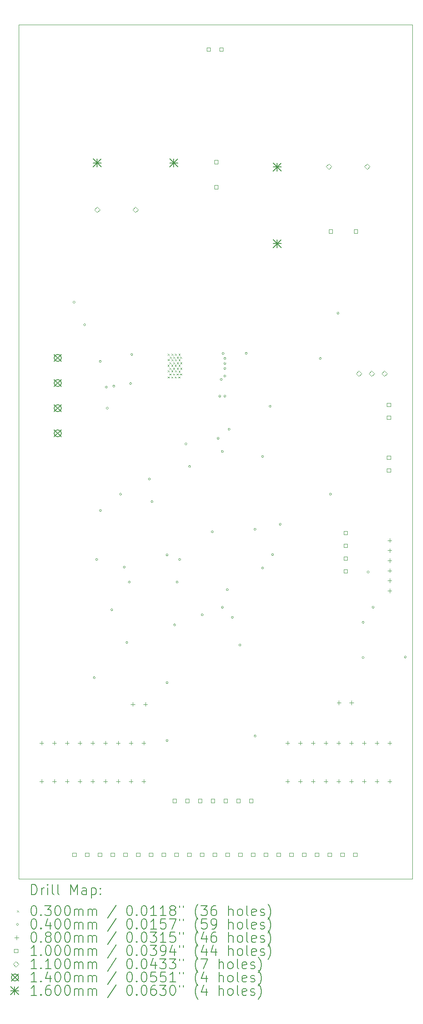
<source format=gbr>
%TF.GenerationSoftware,KiCad,Pcbnew,(6.0.7)*%
%TF.CreationDate,2022-09-18T15:45:44+05:30*%
%TF.ProjectId,Irrigation Project,49727269-6761-4746-996f-6e2050726f6a,V1.0*%
%TF.SameCoordinates,Original*%
%TF.FileFunction,Drillmap*%
%TF.FilePolarity,Positive*%
%FSLAX45Y45*%
G04 Gerber Fmt 4.5, Leading zero omitted, Abs format (unit mm)*
G04 Created by KiCad (PCBNEW (6.0.7)) date 2022-09-18 15:45:44*
%MOMM*%
%LPD*%
G01*
G04 APERTURE LIST*
%ADD10C,0.100000*%
%ADD11C,0.200000*%
%ADD12C,0.030000*%
%ADD13C,0.040000*%
%ADD14C,0.080000*%
%ADD15C,0.110000*%
%ADD16C,0.140000*%
%ADD17C,0.160000*%
G04 APERTURE END LIST*
D10*
X8500000Y-1788000D02*
X16335000Y-1788000D01*
X16335000Y-1788000D02*
X16335000Y-18780000D01*
X16335000Y-18780000D02*
X8500000Y-18780000D01*
X8500000Y-18780000D02*
X8500000Y-1788000D01*
D11*
D12*
X11460000Y-8560000D02*
X11490000Y-8590000D01*
X11490000Y-8560000D02*
X11460000Y-8590000D01*
X11465000Y-8340000D02*
X11495000Y-8370000D01*
X11495000Y-8340000D02*
X11465000Y-8370000D01*
X11465000Y-8445000D02*
X11495000Y-8475000D01*
X11495000Y-8445000D02*
X11465000Y-8475000D01*
X11465000Y-8670000D02*
X11495000Y-8700000D01*
X11495000Y-8670000D02*
X11465000Y-8700000D01*
X11465000Y-8790000D02*
X11495000Y-8820000D01*
X11495000Y-8790000D02*
X11465000Y-8820000D01*
X11500000Y-8505000D02*
X11530000Y-8535000D01*
X11530000Y-8505000D02*
X11500000Y-8535000D01*
X11500000Y-8615000D02*
X11530000Y-8645000D01*
X11530000Y-8615000D02*
X11500000Y-8645000D01*
X11500000Y-8730000D02*
X11530000Y-8760000D01*
X11530000Y-8730000D02*
X11500000Y-8760000D01*
X11505000Y-8395000D02*
X11535000Y-8425000D01*
X11535000Y-8395000D02*
X11505000Y-8425000D01*
X11535000Y-8560000D02*
X11565000Y-8590000D01*
X11565000Y-8560000D02*
X11535000Y-8590000D01*
X11535000Y-8670000D02*
X11565000Y-8700000D01*
X11565000Y-8670000D02*
X11535000Y-8700000D01*
X11535000Y-8790000D02*
X11565000Y-8820000D01*
X11565000Y-8790000D02*
X11535000Y-8820000D01*
X11540000Y-8340000D02*
X11570000Y-8370000D01*
X11570000Y-8340000D02*
X11540000Y-8370000D01*
X11540000Y-8450000D02*
X11570000Y-8480000D01*
X11570000Y-8450000D02*
X11540000Y-8480000D01*
X11570000Y-8615000D02*
X11600000Y-8645000D01*
X11600000Y-8615000D02*
X11570000Y-8645000D01*
X11570000Y-8730000D02*
X11600000Y-8760000D01*
X11600000Y-8730000D02*
X11570000Y-8760000D01*
X11575000Y-8395000D02*
X11605000Y-8425000D01*
X11605000Y-8395000D02*
X11575000Y-8425000D01*
X11575000Y-8505000D02*
X11605000Y-8535000D01*
X11605000Y-8505000D02*
X11575000Y-8535000D01*
X11605000Y-8560000D02*
X11635000Y-8590000D01*
X11635000Y-8560000D02*
X11605000Y-8590000D01*
X11605000Y-8790000D02*
X11635000Y-8820000D01*
X11635000Y-8790000D02*
X11605000Y-8820000D01*
X11610000Y-8340000D02*
X11640000Y-8370000D01*
X11640000Y-8340000D02*
X11610000Y-8370000D01*
X11610000Y-8450000D02*
X11640000Y-8480000D01*
X11640000Y-8450000D02*
X11610000Y-8480000D01*
X11610000Y-8670000D02*
X11640000Y-8700000D01*
X11640000Y-8670000D02*
X11610000Y-8700000D01*
X11640000Y-8730000D02*
X11670000Y-8760000D01*
X11670000Y-8730000D02*
X11640000Y-8760000D01*
X11645000Y-8395000D02*
X11675000Y-8425000D01*
X11675000Y-8395000D02*
X11645000Y-8425000D01*
X11645000Y-8505000D02*
X11675000Y-8535000D01*
X11675000Y-8505000D02*
X11645000Y-8535000D01*
X11645000Y-8615000D02*
X11675000Y-8645000D01*
X11675000Y-8615000D02*
X11645000Y-8645000D01*
X11675000Y-8790000D02*
X11705000Y-8820000D01*
X11705000Y-8790000D02*
X11675000Y-8820000D01*
X11680000Y-8340000D02*
X11710000Y-8370000D01*
X11710000Y-8340000D02*
X11680000Y-8370000D01*
X11680000Y-8450000D02*
X11710000Y-8480000D01*
X11710000Y-8450000D02*
X11680000Y-8480000D01*
X11680000Y-8560000D02*
X11710000Y-8590000D01*
X11710000Y-8560000D02*
X11680000Y-8590000D01*
X11680000Y-8675000D02*
X11710000Y-8705000D01*
X11710000Y-8675000D02*
X11680000Y-8705000D01*
X11710000Y-8395000D02*
X11740000Y-8425000D01*
X11740000Y-8395000D02*
X11710000Y-8425000D01*
X11710000Y-8730000D02*
X11740000Y-8760000D01*
X11740000Y-8730000D02*
X11710000Y-8760000D01*
X11715000Y-8505000D02*
X11745000Y-8535000D01*
X11745000Y-8505000D02*
X11715000Y-8535000D01*
X11715000Y-8615000D02*
X11745000Y-8645000D01*
X11745000Y-8615000D02*
X11715000Y-8645000D01*
D13*
X9620000Y-7310000D02*
G75*
G03*
X9620000Y-7310000I-20000J0D01*
G01*
X9830000Y-7760000D02*
G75*
G03*
X9830000Y-7760000I-20000J0D01*
G01*
X10020000Y-14780000D02*
G75*
G03*
X10020000Y-14780000I-20000J0D01*
G01*
X10070000Y-12430000D02*
G75*
G03*
X10070000Y-12430000I-20000J0D01*
G01*
X10140000Y-8489950D02*
G75*
G03*
X10140000Y-8489950I-20000J0D01*
G01*
X10145000Y-11455000D02*
G75*
G03*
X10145000Y-11455000I-20000J0D01*
G01*
X10260000Y-9000000D02*
G75*
G03*
X10260000Y-9000000I-20000J0D01*
G01*
X10280000Y-9420000D02*
G75*
G03*
X10280000Y-9420000I-20000J0D01*
G01*
X10370000Y-13430000D02*
G75*
G03*
X10370000Y-13430000I-20000J0D01*
G01*
X10410000Y-8980000D02*
G75*
G03*
X10410000Y-8980000I-20000J0D01*
G01*
X10545000Y-11130000D02*
G75*
G03*
X10545000Y-11130000I-20000J0D01*
G01*
X10620000Y-12580000D02*
G75*
G03*
X10620000Y-12580000I-20000J0D01*
G01*
X10670000Y-14080000D02*
G75*
G03*
X10670000Y-14080000I-20000J0D01*
G01*
X10720000Y-12880000D02*
G75*
G03*
X10720000Y-12880000I-20000J0D01*
G01*
X10745000Y-8930000D02*
G75*
G03*
X10745000Y-8930000I-20000J0D01*
G01*
X10767500Y-8350050D02*
G75*
G03*
X10767500Y-8350050I-20000J0D01*
G01*
X11120000Y-10830000D02*
G75*
G03*
X11120000Y-10830000I-20000J0D01*
G01*
X11170000Y-11280000D02*
G75*
G03*
X11170000Y-11280000I-20000J0D01*
G01*
X11470000Y-12339950D02*
G75*
G03*
X11470000Y-12339950I-20000J0D01*
G01*
X11470000Y-14880000D02*
G75*
G03*
X11470000Y-14880000I-20000J0D01*
G01*
X11470000Y-16030000D02*
G75*
G03*
X11470000Y-16030000I-20000J0D01*
G01*
X11620000Y-13730000D02*
G75*
G03*
X11620000Y-13730000I-20000J0D01*
G01*
X11670000Y-12880000D02*
G75*
G03*
X11670000Y-12880000I-20000J0D01*
G01*
X11721230Y-12428770D02*
G75*
G03*
X11721230Y-12428770I-20000J0D01*
G01*
X11845000Y-10130000D02*
G75*
G03*
X11845000Y-10130000I-20000J0D01*
G01*
X11920000Y-10580000D02*
G75*
G03*
X11920000Y-10580000I-20000J0D01*
G01*
X12170000Y-13530000D02*
G75*
G03*
X12170000Y-13530000I-20000J0D01*
G01*
X12370000Y-11880000D02*
G75*
G03*
X12370000Y-11880000I-20000J0D01*
G01*
X12485000Y-10020000D02*
G75*
G03*
X12485000Y-10020000I-20000J0D01*
G01*
X12520050Y-9180000D02*
G75*
G03*
X12520050Y-9180000I-20000J0D01*
G01*
X12546556Y-8847794D02*
G75*
G03*
X12546556Y-8847794I-20000J0D01*
G01*
X12570000Y-10280000D02*
G75*
G03*
X12570000Y-10280000I-20000J0D01*
G01*
X12570000Y-13380000D02*
G75*
G03*
X12570000Y-13380000I-20000J0D01*
G01*
X12585000Y-8330000D02*
G75*
G03*
X12585000Y-8330000I-20000J0D01*
G01*
X12620000Y-8430000D02*
G75*
G03*
X12620000Y-8430000I-20000J0D01*
G01*
X12620000Y-8530000D02*
G75*
G03*
X12620000Y-8530000I-20000J0D01*
G01*
X12620000Y-8630000D02*
G75*
G03*
X12620000Y-8630000I-20000J0D01*
G01*
X12620000Y-8780000D02*
G75*
G03*
X12620000Y-8780000I-20000J0D01*
G01*
X12620000Y-9180000D02*
G75*
G03*
X12620000Y-9180000I-20000J0D01*
G01*
X12670000Y-13030000D02*
G75*
G03*
X12670000Y-13030000I-20000J0D01*
G01*
X12705000Y-9840000D02*
G75*
G03*
X12705000Y-9840000I-20000J0D01*
G01*
X12770000Y-13580000D02*
G75*
G03*
X12770000Y-13580000I-20000J0D01*
G01*
X12920000Y-14130000D02*
G75*
G03*
X12920000Y-14130000I-20000J0D01*
G01*
X13045000Y-8330000D02*
G75*
G03*
X13045000Y-8330000I-20000J0D01*
G01*
X13220000Y-11830000D02*
G75*
G03*
X13220000Y-11830000I-20000J0D01*
G01*
X13220000Y-15940000D02*
G75*
G03*
X13220000Y-15940000I-20000J0D01*
G01*
X13370000Y-10380000D02*
G75*
G03*
X13370000Y-10380000I-20000J0D01*
G01*
X13370000Y-12599950D02*
G75*
G03*
X13370000Y-12599950I-20000J0D01*
G01*
X13520000Y-9380000D02*
G75*
G03*
X13520000Y-9380000I-20000J0D01*
G01*
X13570000Y-12330000D02*
G75*
G03*
X13570000Y-12330000I-20000J0D01*
G01*
X13720000Y-11730000D02*
G75*
G03*
X13720000Y-11730000I-20000J0D01*
G01*
X14520000Y-8430000D02*
G75*
G03*
X14520000Y-8430000I-20000J0D01*
G01*
X14720000Y-11130000D02*
G75*
G03*
X14720000Y-11130000I-20000J0D01*
G01*
X14870000Y-7530000D02*
G75*
G03*
X14870000Y-7530000I-20000J0D01*
G01*
X15370000Y-13680000D02*
G75*
G03*
X15370000Y-13680000I-20000J0D01*
G01*
X15370000Y-14380000D02*
G75*
G03*
X15370000Y-14380000I-20000J0D01*
G01*
X15470000Y-12680000D02*
G75*
G03*
X15470000Y-12680000I-20000J0D01*
G01*
X15570000Y-13380000D02*
G75*
G03*
X15570000Y-13380000I-20000J0D01*
G01*
X16210000Y-14370000D02*
G75*
G03*
X16210000Y-14370000I-20000J0D01*
G01*
D14*
X8953000Y-16040000D02*
X8953000Y-16120000D01*
X8913000Y-16080000D02*
X8993000Y-16080000D01*
X8953000Y-16802000D02*
X8953000Y-16882000D01*
X8913000Y-16842000D02*
X8993000Y-16842000D01*
X9207000Y-16040000D02*
X9207000Y-16120000D01*
X9167000Y-16080000D02*
X9247000Y-16080000D01*
X9207000Y-16802000D02*
X9207000Y-16882000D01*
X9167000Y-16842000D02*
X9247000Y-16842000D01*
X9461000Y-16040000D02*
X9461000Y-16120000D01*
X9421000Y-16080000D02*
X9501000Y-16080000D01*
X9461000Y-16802000D02*
X9461000Y-16882000D01*
X9421000Y-16842000D02*
X9501000Y-16842000D01*
X9715000Y-16040000D02*
X9715000Y-16120000D01*
X9675000Y-16080000D02*
X9755000Y-16080000D01*
X9715000Y-16802000D02*
X9715000Y-16882000D01*
X9675000Y-16842000D02*
X9755000Y-16842000D01*
X9969000Y-16040000D02*
X9969000Y-16120000D01*
X9929000Y-16080000D02*
X10009000Y-16080000D01*
X9969000Y-16802000D02*
X9969000Y-16882000D01*
X9929000Y-16842000D02*
X10009000Y-16842000D01*
X10223000Y-16040000D02*
X10223000Y-16120000D01*
X10183000Y-16080000D02*
X10263000Y-16080000D01*
X10223000Y-16802000D02*
X10223000Y-16882000D01*
X10183000Y-16842000D02*
X10263000Y-16842000D01*
X10477000Y-16040000D02*
X10477000Y-16120000D01*
X10437000Y-16080000D02*
X10517000Y-16080000D01*
X10477000Y-16802000D02*
X10477000Y-16882000D01*
X10437000Y-16842000D02*
X10517000Y-16842000D01*
X10731000Y-16040000D02*
X10731000Y-16120000D01*
X10691000Y-16080000D02*
X10771000Y-16080000D01*
X10731000Y-16802000D02*
X10731000Y-16882000D01*
X10691000Y-16842000D02*
X10771000Y-16842000D01*
X10769489Y-15270000D02*
X10769489Y-15350000D01*
X10729489Y-15310000D02*
X10809489Y-15310000D01*
X10985000Y-16040000D02*
X10985000Y-16120000D01*
X10945000Y-16080000D02*
X11025000Y-16080000D01*
X10985000Y-16802000D02*
X10985000Y-16882000D01*
X10945000Y-16842000D02*
X11025000Y-16842000D01*
X11019489Y-15270000D02*
X11019489Y-15350000D01*
X10979489Y-15310000D02*
X11059489Y-15310000D01*
X13848000Y-16040000D02*
X13848000Y-16120000D01*
X13808000Y-16080000D02*
X13888000Y-16080000D01*
X13848000Y-16802000D02*
X13848000Y-16882000D01*
X13808000Y-16842000D02*
X13888000Y-16842000D01*
X14102000Y-16040000D02*
X14102000Y-16120000D01*
X14062000Y-16080000D02*
X14142000Y-16080000D01*
X14102000Y-16802000D02*
X14102000Y-16882000D01*
X14062000Y-16842000D02*
X14142000Y-16842000D01*
X14356000Y-16040000D02*
X14356000Y-16120000D01*
X14316000Y-16080000D02*
X14396000Y-16080000D01*
X14356000Y-16802000D02*
X14356000Y-16882000D01*
X14316000Y-16842000D02*
X14396000Y-16842000D01*
X14610000Y-16040000D02*
X14610000Y-16120000D01*
X14570000Y-16080000D02*
X14650000Y-16080000D01*
X14610000Y-16802000D02*
X14610000Y-16882000D01*
X14570000Y-16842000D02*
X14650000Y-16842000D01*
X14864000Y-16040000D02*
X14864000Y-16120000D01*
X14824000Y-16080000D02*
X14904000Y-16080000D01*
X14864000Y-16802000D02*
X14864000Y-16882000D01*
X14824000Y-16842000D02*
X14904000Y-16842000D01*
X14870000Y-15240000D02*
X14870000Y-15320000D01*
X14830000Y-15280000D02*
X14910000Y-15280000D01*
X15118000Y-16040000D02*
X15118000Y-16120000D01*
X15078000Y-16080000D02*
X15158000Y-16080000D01*
X15118000Y-16802000D02*
X15118000Y-16882000D01*
X15078000Y-16842000D02*
X15158000Y-16842000D01*
X15120000Y-15240000D02*
X15120000Y-15320000D01*
X15080000Y-15280000D02*
X15160000Y-15280000D01*
X15372000Y-16040000D02*
X15372000Y-16120000D01*
X15332000Y-16080000D02*
X15412000Y-16080000D01*
X15372000Y-16802000D02*
X15372000Y-16882000D01*
X15332000Y-16842000D02*
X15412000Y-16842000D01*
X15626000Y-16040000D02*
X15626000Y-16120000D01*
X15586000Y-16080000D02*
X15666000Y-16080000D01*
X15626000Y-16802000D02*
X15626000Y-16882000D01*
X15586000Y-16842000D02*
X15666000Y-16842000D01*
X15880000Y-12010000D02*
X15880000Y-12090000D01*
X15840000Y-12050000D02*
X15920000Y-12050000D01*
X15880000Y-12210000D02*
X15880000Y-12290000D01*
X15840000Y-12250000D02*
X15920000Y-12250000D01*
X15880000Y-12410000D02*
X15880000Y-12490000D01*
X15840000Y-12450000D02*
X15920000Y-12450000D01*
X15880000Y-12610000D02*
X15880000Y-12690000D01*
X15840000Y-12650000D02*
X15920000Y-12650000D01*
X15880000Y-12810000D02*
X15880000Y-12890000D01*
X15840000Y-12850000D02*
X15920000Y-12850000D01*
X15880000Y-13010000D02*
X15880000Y-13090000D01*
X15840000Y-13050000D02*
X15920000Y-13050000D01*
X15880000Y-16040000D02*
X15880000Y-16120000D01*
X15840000Y-16080000D02*
X15920000Y-16080000D01*
X15880000Y-16802000D02*
X15880000Y-16882000D01*
X15840000Y-16842000D02*
X15920000Y-16842000D01*
D10*
X9639856Y-18335356D02*
X9639856Y-18264644D01*
X9569144Y-18264644D01*
X9569144Y-18335356D01*
X9639856Y-18335356D01*
X9893856Y-18335356D02*
X9893856Y-18264644D01*
X9823144Y-18264644D01*
X9823144Y-18335356D01*
X9893856Y-18335356D01*
X10147856Y-18335356D02*
X10147856Y-18264644D01*
X10077144Y-18264644D01*
X10077144Y-18335356D01*
X10147856Y-18335356D01*
X10401856Y-18335356D02*
X10401856Y-18264644D01*
X10331144Y-18264644D01*
X10331144Y-18335356D01*
X10401856Y-18335356D01*
X10655856Y-18335356D02*
X10655856Y-18264644D01*
X10585144Y-18264644D01*
X10585144Y-18335356D01*
X10655856Y-18335356D01*
X10909856Y-18335356D02*
X10909856Y-18264644D01*
X10839144Y-18264644D01*
X10839144Y-18335356D01*
X10909856Y-18335356D01*
X11163856Y-18335356D02*
X11163856Y-18264644D01*
X11093144Y-18264644D01*
X11093144Y-18335356D01*
X11163856Y-18335356D01*
X11417856Y-18335356D02*
X11417856Y-18264644D01*
X11347144Y-18264644D01*
X11347144Y-18335356D01*
X11417856Y-18335356D01*
X11631356Y-17265356D02*
X11631356Y-17194644D01*
X11560644Y-17194644D01*
X11560644Y-17265356D01*
X11631356Y-17265356D01*
X11671856Y-18335356D02*
X11671856Y-18264644D01*
X11601144Y-18264644D01*
X11601144Y-18335356D01*
X11671856Y-18335356D01*
X11885356Y-17265356D02*
X11885356Y-17194644D01*
X11814644Y-17194644D01*
X11814644Y-17265356D01*
X11885356Y-17265356D01*
X11925856Y-18335356D02*
X11925856Y-18264644D01*
X11855144Y-18264644D01*
X11855144Y-18335356D01*
X11925856Y-18335356D01*
X12139356Y-17265356D02*
X12139356Y-17194644D01*
X12068644Y-17194644D01*
X12068644Y-17265356D01*
X12139356Y-17265356D01*
X12179856Y-18335356D02*
X12179856Y-18264644D01*
X12109144Y-18264644D01*
X12109144Y-18335356D01*
X12179856Y-18335356D01*
X12311356Y-2315356D02*
X12311356Y-2244644D01*
X12240644Y-2244644D01*
X12240644Y-2315356D01*
X12311356Y-2315356D01*
X12393356Y-17265356D02*
X12393356Y-17194644D01*
X12322644Y-17194644D01*
X12322644Y-17265356D01*
X12393356Y-17265356D01*
X12433856Y-18335356D02*
X12433856Y-18264644D01*
X12363144Y-18264644D01*
X12363144Y-18335356D01*
X12433856Y-18335356D01*
X12465356Y-4557123D02*
X12465356Y-4486412D01*
X12394644Y-4486412D01*
X12394644Y-4557123D01*
X12465356Y-4557123D01*
X12465356Y-5057123D02*
X12465356Y-4986412D01*
X12394644Y-4986412D01*
X12394644Y-5057123D01*
X12465356Y-5057123D01*
X12565356Y-2315356D02*
X12565356Y-2244644D01*
X12494644Y-2244644D01*
X12494644Y-2315356D01*
X12565356Y-2315356D01*
X12647356Y-17265356D02*
X12647356Y-17194644D01*
X12576644Y-17194644D01*
X12576644Y-17265356D01*
X12647356Y-17265356D01*
X12687856Y-18335356D02*
X12687856Y-18264644D01*
X12617144Y-18264644D01*
X12617144Y-18335356D01*
X12687856Y-18335356D01*
X12901356Y-17265356D02*
X12901356Y-17194644D01*
X12830644Y-17194644D01*
X12830644Y-17265356D01*
X12901356Y-17265356D01*
X12941856Y-18335356D02*
X12941856Y-18264644D01*
X12871144Y-18264644D01*
X12871144Y-18335356D01*
X12941856Y-18335356D01*
X13155356Y-17265356D02*
X13155356Y-17194644D01*
X13084644Y-17194644D01*
X13084644Y-17265356D01*
X13155356Y-17265356D01*
X13195856Y-18335356D02*
X13195856Y-18264644D01*
X13125144Y-18264644D01*
X13125144Y-18335356D01*
X13195856Y-18335356D01*
X13449856Y-18335356D02*
X13449856Y-18264644D01*
X13379144Y-18264644D01*
X13379144Y-18335356D01*
X13449856Y-18335356D01*
X13703856Y-18335356D02*
X13703856Y-18264644D01*
X13633144Y-18264644D01*
X13633144Y-18335356D01*
X13703856Y-18335356D01*
X13957856Y-18335356D02*
X13957856Y-18264644D01*
X13887144Y-18264644D01*
X13887144Y-18335356D01*
X13957856Y-18335356D01*
X14211856Y-18335356D02*
X14211856Y-18264644D01*
X14141144Y-18264644D01*
X14141144Y-18335356D01*
X14211856Y-18335356D01*
X14465856Y-18335356D02*
X14465856Y-18264644D01*
X14395144Y-18264644D01*
X14395144Y-18335356D01*
X14465856Y-18335356D01*
X14719856Y-18335356D02*
X14719856Y-18264644D01*
X14649144Y-18264644D01*
X14649144Y-18335356D01*
X14719856Y-18335356D01*
X14742123Y-5937856D02*
X14742123Y-5867144D01*
X14671412Y-5867144D01*
X14671412Y-5937856D01*
X14742123Y-5937856D01*
X14973856Y-18335356D02*
X14973856Y-18264644D01*
X14903144Y-18264644D01*
X14903144Y-18335356D01*
X14973856Y-18335356D01*
X15035356Y-11933356D02*
X15035356Y-11862644D01*
X14964644Y-11862644D01*
X14964644Y-11933356D01*
X15035356Y-11933356D01*
X15035356Y-12187356D02*
X15035356Y-12116644D01*
X14964644Y-12116644D01*
X14964644Y-12187356D01*
X15035356Y-12187356D01*
X15035356Y-12441356D02*
X15035356Y-12370644D01*
X14964644Y-12370644D01*
X14964644Y-12441356D01*
X15035356Y-12441356D01*
X15035356Y-12695356D02*
X15035356Y-12624644D01*
X14964644Y-12624644D01*
X14964644Y-12695356D01*
X15035356Y-12695356D01*
X15227856Y-18335356D02*
X15227856Y-18264644D01*
X15157144Y-18264644D01*
X15157144Y-18335356D01*
X15227856Y-18335356D01*
X15242123Y-5937856D02*
X15242123Y-5867144D01*
X15171412Y-5867144D01*
X15171412Y-5937856D01*
X15242123Y-5937856D01*
X15895356Y-9387856D02*
X15895356Y-9317144D01*
X15824644Y-9317144D01*
X15824644Y-9387856D01*
X15895356Y-9387856D01*
X15895356Y-9641856D02*
X15895356Y-9571144D01*
X15824644Y-9571144D01*
X15824644Y-9641856D01*
X15895356Y-9641856D01*
X15895356Y-10437856D02*
X15895356Y-10367144D01*
X15824644Y-10367144D01*
X15824644Y-10437856D01*
X15895356Y-10437856D01*
X15895356Y-10691856D02*
X15895356Y-10621144D01*
X15824644Y-10621144D01*
X15824644Y-10691856D01*
X15895356Y-10691856D01*
D15*
X10059000Y-5525000D02*
X10114000Y-5470000D01*
X10059000Y-5415000D01*
X10004000Y-5470000D01*
X10059000Y-5525000D01*
X10821000Y-5525000D02*
X10876000Y-5470000D01*
X10821000Y-5415000D01*
X10766000Y-5470000D01*
X10821000Y-5525000D01*
X14669000Y-4667500D02*
X14724000Y-4612500D01*
X14669000Y-4557500D01*
X14614000Y-4612500D01*
X14669000Y-4667500D01*
X15266000Y-8788000D02*
X15321000Y-8733000D01*
X15266000Y-8678000D01*
X15211000Y-8733000D01*
X15266000Y-8788000D01*
X15431000Y-4667500D02*
X15486000Y-4612500D01*
X15431000Y-4557500D01*
X15376000Y-4612500D01*
X15431000Y-4667500D01*
X15520000Y-8788000D02*
X15575000Y-8733000D01*
X15520000Y-8678000D01*
X15465000Y-8733000D01*
X15520000Y-8788000D01*
X15774000Y-8788000D02*
X15829000Y-8733000D01*
X15774000Y-8678000D01*
X15719000Y-8733000D01*
X15774000Y-8788000D01*
D16*
X9205000Y-8350000D02*
X9345000Y-8490000D01*
X9345000Y-8350000D02*
X9205000Y-8490000D01*
X9345000Y-8420000D02*
G75*
G03*
X9345000Y-8420000I-70000J0D01*
G01*
X9205000Y-8850000D02*
X9345000Y-8990000D01*
X9345000Y-8850000D02*
X9205000Y-8990000D01*
X9345000Y-8920000D02*
G75*
G03*
X9345000Y-8920000I-70000J0D01*
G01*
X9205000Y-9350000D02*
X9345000Y-9490000D01*
X9345000Y-9350000D02*
X9205000Y-9490000D01*
X9345000Y-9420000D02*
G75*
G03*
X9345000Y-9420000I-70000J0D01*
G01*
X9205000Y-9850000D02*
X9345000Y-9990000D01*
X9345000Y-9850000D02*
X9205000Y-9990000D01*
X9345000Y-9920000D02*
G75*
G03*
X9345000Y-9920000I-70000J0D01*
G01*
D17*
X9978000Y-4460000D02*
X10138000Y-4620000D01*
X10138000Y-4460000D02*
X9978000Y-4620000D01*
X10058000Y-4460000D02*
X10058000Y-4620000D01*
X9978000Y-4540000D02*
X10138000Y-4540000D01*
X11502000Y-4460000D02*
X11662000Y-4620000D01*
X11662000Y-4460000D02*
X11502000Y-4620000D01*
X11582000Y-4460000D02*
X11582000Y-4620000D01*
X11502000Y-4540000D02*
X11662000Y-4540000D01*
X13560000Y-4540500D02*
X13720000Y-4700500D01*
X13720000Y-4540500D02*
X13560000Y-4700500D01*
X13640000Y-4540500D02*
X13640000Y-4700500D01*
X13560000Y-4620500D02*
X13720000Y-4620500D01*
X13560000Y-6064500D02*
X13720000Y-6224500D01*
X13720000Y-6064500D02*
X13560000Y-6224500D01*
X13640000Y-6064500D02*
X13640000Y-6224500D01*
X13560000Y-6144500D02*
X13720000Y-6144500D01*
D11*
X8752619Y-19095476D02*
X8752619Y-18895476D01*
X8800238Y-18895476D01*
X8828810Y-18905000D01*
X8847857Y-18924048D01*
X8857381Y-18943095D01*
X8866905Y-18981190D01*
X8866905Y-19009762D01*
X8857381Y-19047857D01*
X8847857Y-19066905D01*
X8828810Y-19085952D01*
X8800238Y-19095476D01*
X8752619Y-19095476D01*
X8952619Y-19095476D02*
X8952619Y-18962143D01*
X8952619Y-19000238D02*
X8962143Y-18981190D01*
X8971667Y-18971667D01*
X8990714Y-18962143D01*
X9009762Y-18962143D01*
X9076429Y-19095476D02*
X9076429Y-18962143D01*
X9076429Y-18895476D02*
X9066905Y-18905000D01*
X9076429Y-18914524D01*
X9085952Y-18905000D01*
X9076429Y-18895476D01*
X9076429Y-18914524D01*
X9200238Y-19095476D02*
X9181190Y-19085952D01*
X9171667Y-19066905D01*
X9171667Y-18895476D01*
X9305000Y-19095476D02*
X9285952Y-19085952D01*
X9276429Y-19066905D01*
X9276429Y-18895476D01*
X9533571Y-19095476D02*
X9533571Y-18895476D01*
X9600238Y-19038333D01*
X9666905Y-18895476D01*
X9666905Y-19095476D01*
X9847857Y-19095476D02*
X9847857Y-18990714D01*
X9838333Y-18971667D01*
X9819286Y-18962143D01*
X9781190Y-18962143D01*
X9762143Y-18971667D01*
X9847857Y-19085952D02*
X9828810Y-19095476D01*
X9781190Y-19095476D01*
X9762143Y-19085952D01*
X9752619Y-19066905D01*
X9752619Y-19047857D01*
X9762143Y-19028810D01*
X9781190Y-19019286D01*
X9828810Y-19019286D01*
X9847857Y-19009762D01*
X9943095Y-18962143D02*
X9943095Y-19162143D01*
X9943095Y-18971667D02*
X9962143Y-18962143D01*
X10000238Y-18962143D01*
X10019286Y-18971667D01*
X10028810Y-18981190D01*
X10038333Y-19000238D01*
X10038333Y-19057381D01*
X10028810Y-19076429D01*
X10019286Y-19085952D01*
X10000238Y-19095476D01*
X9962143Y-19095476D01*
X9943095Y-19085952D01*
X10124048Y-19076429D02*
X10133571Y-19085952D01*
X10124048Y-19095476D01*
X10114524Y-19085952D01*
X10124048Y-19076429D01*
X10124048Y-19095476D01*
X10124048Y-18971667D02*
X10133571Y-18981190D01*
X10124048Y-18990714D01*
X10114524Y-18981190D01*
X10124048Y-18971667D01*
X10124048Y-18990714D01*
D12*
X8465000Y-19410000D02*
X8495000Y-19440000D01*
X8495000Y-19410000D02*
X8465000Y-19440000D01*
D11*
X8790714Y-19315476D02*
X8809762Y-19315476D01*
X8828810Y-19325000D01*
X8838333Y-19334524D01*
X8847857Y-19353571D01*
X8857381Y-19391667D01*
X8857381Y-19439286D01*
X8847857Y-19477381D01*
X8838333Y-19496429D01*
X8828810Y-19505952D01*
X8809762Y-19515476D01*
X8790714Y-19515476D01*
X8771667Y-19505952D01*
X8762143Y-19496429D01*
X8752619Y-19477381D01*
X8743095Y-19439286D01*
X8743095Y-19391667D01*
X8752619Y-19353571D01*
X8762143Y-19334524D01*
X8771667Y-19325000D01*
X8790714Y-19315476D01*
X8943095Y-19496429D02*
X8952619Y-19505952D01*
X8943095Y-19515476D01*
X8933571Y-19505952D01*
X8943095Y-19496429D01*
X8943095Y-19515476D01*
X9019286Y-19315476D02*
X9143095Y-19315476D01*
X9076429Y-19391667D01*
X9105000Y-19391667D01*
X9124048Y-19401190D01*
X9133571Y-19410714D01*
X9143095Y-19429762D01*
X9143095Y-19477381D01*
X9133571Y-19496429D01*
X9124048Y-19505952D01*
X9105000Y-19515476D01*
X9047857Y-19515476D01*
X9028810Y-19505952D01*
X9019286Y-19496429D01*
X9266905Y-19315476D02*
X9285952Y-19315476D01*
X9305000Y-19325000D01*
X9314524Y-19334524D01*
X9324048Y-19353571D01*
X9333571Y-19391667D01*
X9333571Y-19439286D01*
X9324048Y-19477381D01*
X9314524Y-19496429D01*
X9305000Y-19505952D01*
X9285952Y-19515476D01*
X9266905Y-19515476D01*
X9247857Y-19505952D01*
X9238333Y-19496429D01*
X9228810Y-19477381D01*
X9219286Y-19439286D01*
X9219286Y-19391667D01*
X9228810Y-19353571D01*
X9238333Y-19334524D01*
X9247857Y-19325000D01*
X9266905Y-19315476D01*
X9457381Y-19315476D02*
X9476429Y-19315476D01*
X9495476Y-19325000D01*
X9505000Y-19334524D01*
X9514524Y-19353571D01*
X9524048Y-19391667D01*
X9524048Y-19439286D01*
X9514524Y-19477381D01*
X9505000Y-19496429D01*
X9495476Y-19505952D01*
X9476429Y-19515476D01*
X9457381Y-19515476D01*
X9438333Y-19505952D01*
X9428810Y-19496429D01*
X9419286Y-19477381D01*
X9409762Y-19439286D01*
X9409762Y-19391667D01*
X9419286Y-19353571D01*
X9428810Y-19334524D01*
X9438333Y-19325000D01*
X9457381Y-19315476D01*
X9609762Y-19515476D02*
X9609762Y-19382143D01*
X9609762Y-19401190D02*
X9619286Y-19391667D01*
X9638333Y-19382143D01*
X9666905Y-19382143D01*
X9685952Y-19391667D01*
X9695476Y-19410714D01*
X9695476Y-19515476D01*
X9695476Y-19410714D02*
X9705000Y-19391667D01*
X9724048Y-19382143D01*
X9752619Y-19382143D01*
X9771667Y-19391667D01*
X9781190Y-19410714D01*
X9781190Y-19515476D01*
X9876429Y-19515476D02*
X9876429Y-19382143D01*
X9876429Y-19401190D02*
X9885952Y-19391667D01*
X9905000Y-19382143D01*
X9933571Y-19382143D01*
X9952619Y-19391667D01*
X9962143Y-19410714D01*
X9962143Y-19515476D01*
X9962143Y-19410714D02*
X9971667Y-19391667D01*
X9990714Y-19382143D01*
X10019286Y-19382143D01*
X10038333Y-19391667D01*
X10047857Y-19410714D01*
X10047857Y-19515476D01*
X10438333Y-19305952D02*
X10266905Y-19563095D01*
X10695476Y-19315476D02*
X10714524Y-19315476D01*
X10733571Y-19325000D01*
X10743095Y-19334524D01*
X10752619Y-19353571D01*
X10762143Y-19391667D01*
X10762143Y-19439286D01*
X10752619Y-19477381D01*
X10743095Y-19496429D01*
X10733571Y-19505952D01*
X10714524Y-19515476D01*
X10695476Y-19515476D01*
X10676429Y-19505952D01*
X10666905Y-19496429D01*
X10657381Y-19477381D01*
X10647857Y-19439286D01*
X10647857Y-19391667D01*
X10657381Y-19353571D01*
X10666905Y-19334524D01*
X10676429Y-19325000D01*
X10695476Y-19315476D01*
X10847857Y-19496429D02*
X10857381Y-19505952D01*
X10847857Y-19515476D01*
X10838333Y-19505952D01*
X10847857Y-19496429D01*
X10847857Y-19515476D01*
X10981190Y-19315476D02*
X11000238Y-19315476D01*
X11019286Y-19325000D01*
X11028810Y-19334524D01*
X11038333Y-19353571D01*
X11047857Y-19391667D01*
X11047857Y-19439286D01*
X11038333Y-19477381D01*
X11028810Y-19496429D01*
X11019286Y-19505952D01*
X11000238Y-19515476D01*
X10981190Y-19515476D01*
X10962143Y-19505952D01*
X10952619Y-19496429D01*
X10943095Y-19477381D01*
X10933571Y-19439286D01*
X10933571Y-19391667D01*
X10943095Y-19353571D01*
X10952619Y-19334524D01*
X10962143Y-19325000D01*
X10981190Y-19315476D01*
X11238333Y-19515476D02*
X11124048Y-19515476D01*
X11181190Y-19515476D02*
X11181190Y-19315476D01*
X11162143Y-19344048D01*
X11143095Y-19363095D01*
X11124048Y-19372619D01*
X11428809Y-19515476D02*
X11314524Y-19515476D01*
X11371667Y-19515476D02*
X11371667Y-19315476D01*
X11352619Y-19344048D01*
X11333571Y-19363095D01*
X11314524Y-19372619D01*
X11543095Y-19401190D02*
X11524048Y-19391667D01*
X11514524Y-19382143D01*
X11505000Y-19363095D01*
X11505000Y-19353571D01*
X11514524Y-19334524D01*
X11524048Y-19325000D01*
X11543095Y-19315476D01*
X11581190Y-19315476D01*
X11600238Y-19325000D01*
X11609762Y-19334524D01*
X11619286Y-19353571D01*
X11619286Y-19363095D01*
X11609762Y-19382143D01*
X11600238Y-19391667D01*
X11581190Y-19401190D01*
X11543095Y-19401190D01*
X11524048Y-19410714D01*
X11514524Y-19420238D01*
X11505000Y-19439286D01*
X11505000Y-19477381D01*
X11514524Y-19496429D01*
X11524048Y-19505952D01*
X11543095Y-19515476D01*
X11581190Y-19515476D01*
X11600238Y-19505952D01*
X11609762Y-19496429D01*
X11619286Y-19477381D01*
X11619286Y-19439286D01*
X11609762Y-19420238D01*
X11600238Y-19410714D01*
X11581190Y-19401190D01*
X11695476Y-19315476D02*
X11695476Y-19353571D01*
X11771667Y-19315476D02*
X11771667Y-19353571D01*
X12066905Y-19591667D02*
X12057381Y-19582143D01*
X12038333Y-19553571D01*
X12028809Y-19534524D01*
X12019286Y-19505952D01*
X12009762Y-19458333D01*
X12009762Y-19420238D01*
X12019286Y-19372619D01*
X12028809Y-19344048D01*
X12038333Y-19325000D01*
X12057381Y-19296429D01*
X12066905Y-19286905D01*
X12124048Y-19315476D02*
X12247857Y-19315476D01*
X12181190Y-19391667D01*
X12209762Y-19391667D01*
X12228809Y-19401190D01*
X12238333Y-19410714D01*
X12247857Y-19429762D01*
X12247857Y-19477381D01*
X12238333Y-19496429D01*
X12228809Y-19505952D01*
X12209762Y-19515476D01*
X12152619Y-19515476D01*
X12133571Y-19505952D01*
X12124048Y-19496429D01*
X12419286Y-19315476D02*
X12381190Y-19315476D01*
X12362143Y-19325000D01*
X12352619Y-19334524D01*
X12333571Y-19363095D01*
X12324048Y-19401190D01*
X12324048Y-19477381D01*
X12333571Y-19496429D01*
X12343095Y-19505952D01*
X12362143Y-19515476D01*
X12400238Y-19515476D01*
X12419286Y-19505952D01*
X12428809Y-19496429D01*
X12438333Y-19477381D01*
X12438333Y-19429762D01*
X12428809Y-19410714D01*
X12419286Y-19401190D01*
X12400238Y-19391667D01*
X12362143Y-19391667D01*
X12343095Y-19401190D01*
X12333571Y-19410714D01*
X12324048Y-19429762D01*
X12676428Y-19515476D02*
X12676428Y-19315476D01*
X12762143Y-19515476D02*
X12762143Y-19410714D01*
X12752619Y-19391667D01*
X12733571Y-19382143D01*
X12705000Y-19382143D01*
X12685952Y-19391667D01*
X12676428Y-19401190D01*
X12885952Y-19515476D02*
X12866905Y-19505952D01*
X12857381Y-19496429D01*
X12847857Y-19477381D01*
X12847857Y-19420238D01*
X12857381Y-19401190D01*
X12866905Y-19391667D01*
X12885952Y-19382143D01*
X12914524Y-19382143D01*
X12933571Y-19391667D01*
X12943095Y-19401190D01*
X12952619Y-19420238D01*
X12952619Y-19477381D01*
X12943095Y-19496429D01*
X12933571Y-19505952D01*
X12914524Y-19515476D01*
X12885952Y-19515476D01*
X13066905Y-19515476D02*
X13047857Y-19505952D01*
X13038333Y-19486905D01*
X13038333Y-19315476D01*
X13219286Y-19505952D02*
X13200238Y-19515476D01*
X13162143Y-19515476D01*
X13143095Y-19505952D01*
X13133571Y-19486905D01*
X13133571Y-19410714D01*
X13143095Y-19391667D01*
X13162143Y-19382143D01*
X13200238Y-19382143D01*
X13219286Y-19391667D01*
X13228809Y-19410714D01*
X13228809Y-19429762D01*
X13133571Y-19448810D01*
X13305000Y-19505952D02*
X13324048Y-19515476D01*
X13362143Y-19515476D01*
X13381190Y-19505952D01*
X13390714Y-19486905D01*
X13390714Y-19477381D01*
X13381190Y-19458333D01*
X13362143Y-19448810D01*
X13333571Y-19448810D01*
X13314524Y-19439286D01*
X13305000Y-19420238D01*
X13305000Y-19410714D01*
X13314524Y-19391667D01*
X13333571Y-19382143D01*
X13362143Y-19382143D01*
X13381190Y-19391667D01*
X13457381Y-19591667D02*
X13466905Y-19582143D01*
X13485952Y-19553571D01*
X13495476Y-19534524D01*
X13505000Y-19505952D01*
X13514524Y-19458333D01*
X13514524Y-19420238D01*
X13505000Y-19372619D01*
X13495476Y-19344048D01*
X13485952Y-19325000D01*
X13466905Y-19296429D01*
X13457381Y-19286905D01*
D13*
X8495000Y-19689000D02*
G75*
G03*
X8495000Y-19689000I-20000J0D01*
G01*
D11*
X8790714Y-19579476D02*
X8809762Y-19579476D01*
X8828810Y-19589000D01*
X8838333Y-19598524D01*
X8847857Y-19617571D01*
X8857381Y-19655667D01*
X8857381Y-19703286D01*
X8847857Y-19741381D01*
X8838333Y-19760429D01*
X8828810Y-19769952D01*
X8809762Y-19779476D01*
X8790714Y-19779476D01*
X8771667Y-19769952D01*
X8762143Y-19760429D01*
X8752619Y-19741381D01*
X8743095Y-19703286D01*
X8743095Y-19655667D01*
X8752619Y-19617571D01*
X8762143Y-19598524D01*
X8771667Y-19589000D01*
X8790714Y-19579476D01*
X8943095Y-19760429D02*
X8952619Y-19769952D01*
X8943095Y-19779476D01*
X8933571Y-19769952D01*
X8943095Y-19760429D01*
X8943095Y-19779476D01*
X9124048Y-19646143D02*
X9124048Y-19779476D01*
X9076429Y-19569952D02*
X9028810Y-19712810D01*
X9152619Y-19712810D01*
X9266905Y-19579476D02*
X9285952Y-19579476D01*
X9305000Y-19589000D01*
X9314524Y-19598524D01*
X9324048Y-19617571D01*
X9333571Y-19655667D01*
X9333571Y-19703286D01*
X9324048Y-19741381D01*
X9314524Y-19760429D01*
X9305000Y-19769952D01*
X9285952Y-19779476D01*
X9266905Y-19779476D01*
X9247857Y-19769952D01*
X9238333Y-19760429D01*
X9228810Y-19741381D01*
X9219286Y-19703286D01*
X9219286Y-19655667D01*
X9228810Y-19617571D01*
X9238333Y-19598524D01*
X9247857Y-19589000D01*
X9266905Y-19579476D01*
X9457381Y-19579476D02*
X9476429Y-19579476D01*
X9495476Y-19589000D01*
X9505000Y-19598524D01*
X9514524Y-19617571D01*
X9524048Y-19655667D01*
X9524048Y-19703286D01*
X9514524Y-19741381D01*
X9505000Y-19760429D01*
X9495476Y-19769952D01*
X9476429Y-19779476D01*
X9457381Y-19779476D01*
X9438333Y-19769952D01*
X9428810Y-19760429D01*
X9419286Y-19741381D01*
X9409762Y-19703286D01*
X9409762Y-19655667D01*
X9419286Y-19617571D01*
X9428810Y-19598524D01*
X9438333Y-19589000D01*
X9457381Y-19579476D01*
X9609762Y-19779476D02*
X9609762Y-19646143D01*
X9609762Y-19665190D02*
X9619286Y-19655667D01*
X9638333Y-19646143D01*
X9666905Y-19646143D01*
X9685952Y-19655667D01*
X9695476Y-19674714D01*
X9695476Y-19779476D01*
X9695476Y-19674714D02*
X9705000Y-19655667D01*
X9724048Y-19646143D01*
X9752619Y-19646143D01*
X9771667Y-19655667D01*
X9781190Y-19674714D01*
X9781190Y-19779476D01*
X9876429Y-19779476D02*
X9876429Y-19646143D01*
X9876429Y-19665190D02*
X9885952Y-19655667D01*
X9905000Y-19646143D01*
X9933571Y-19646143D01*
X9952619Y-19655667D01*
X9962143Y-19674714D01*
X9962143Y-19779476D01*
X9962143Y-19674714D02*
X9971667Y-19655667D01*
X9990714Y-19646143D01*
X10019286Y-19646143D01*
X10038333Y-19655667D01*
X10047857Y-19674714D01*
X10047857Y-19779476D01*
X10438333Y-19569952D02*
X10266905Y-19827095D01*
X10695476Y-19579476D02*
X10714524Y-19579476D01*
X10733571Y-19589000D01*
X10743095Y-19598524D01*
X10752619Y-19617571D01*
X10762143Y-19655667D01*
X10762143Y-19703286D01*
X10752619Y-19741381D01*
X10743095Y-19760429D01*
X10733571Y-19769952D01*
X10714524Y-19779476D01*
X10695476Y-19779476D01*
X10676429Y-19769952D01*
X10666905Y-19760429D01*
X10657381Y-19741381D01*
X10647857Y-19703286D01*
X10647857Y-19655667D01*
X10657381Y-19617571D01*
X10666905Y-19598524D01*
X10676429Y-19589000D01*
X10695476Y-19579476D01*
X10847857Y-19760429D02*
X10857381Y-19769952D01*
X10847857Y-19779476D01*
X10838333Y-19769952D01*
X10847857Y-19760429D01*
X10847857Y-19779476D01*
X10981190Y-19579476D02*
X11000238Y-19579476D01*
X11019286Y-19589000D01*
X11028810Y-19598524D01*
X11038333Y-19617571D01*
X11047857Y-19655667D01*
X11047857Y-19703286D01*
X11038333Y-19741381D01*
X11028810Y-19760429D01*
X11019286Y-19769952D01*
X11000238Y-19779476D01*
X10981190Y-19779476D01*
X10962143Y-19769952D01*
X10952619Y-19760429D01*
X10943095Y-19741381D01*
X10933571Y-19703286D01*
X10933571Y-19655667D01*
X10943095Y-19617571D01*
X10952619Y-19598524D01*
X10962143Y-19589000D01*
X10981190Y-19579476D01*
X11238333Y-19779476D02*
X11124048Y-19779476D01*
X11181190Y-19779476D02*
X11181190Y-19579476D01*
X11162143Y-19608048D01*
X11143095Y-19627095D01*
X11124048Y-19636619D01*
X11419286Y-19579476D02*
X11324048Y-19579476D01*
X11314524Y-19674714D01*
X11324048Y-19665190D01*
X11343095Y-19655667D01*
X11390714Y-19655667D01*
X11409762Y-19665190D01*
X11419286Y-19674714D01*
X11428809Y-19693762D01*
X11428809Y-19741381D01*
X11419286Y-19760429D01*
X11409762Y-19769952D01*
X11390714Y-19779476D01*
X11343095Y-19779476D01*
X11324048Y-19769952D01*
X11314524Y-19760429D01*
X11495476Y-19579476D02*
X11628809Y-19579476D01*
X11543095Y-19779476D01*
X11695476Y-19579476D02*
X11695476Y-19617571D01*
X11771667Y-19579476D02*
X11771667Y-19617571D01*
X12066905Y-19855667D02*
X12057381Y-19846143D01*
X12038333Y-19817571D01*
X12028809Y-19798524D01*
X12019286Y-19769952D01*
X12009762Y-19722333D01*
X12009762Y-19684238D01*
X12019286Y-19636619D01*
X12028809Y-19608048D01*
X12038333Y-19589000D01*
X12057381Y-19560429D01*
X12066905Y-19550905D01*
X12238333Y-19579476D02*
X12143095Y-19579476D01*
X12133571Y-19674714D01*
X12143095Y-19665190D01*
X12162143Y-19655667D01*
X12209762Y-19655667D01*
X12228809Y-19665190D01*
X12238333Y-19674714D01*
X12247857Y-19693762D01*
X12247857Y-19741381D01*
X12238333Y-19760429D01*
X12228809Y-19769952D01*
X12209762Y-19779476D01*
X12162143Y-19779476D01*
X12143095Y-19769952D01*
X12133571Y-19760429D01*
X12343095Y-19779476D02*
X12381190Y-19779476D01*
X12400238Y-19769952D01*
X12409762Y-19760429D01*
X12428809Y-19731857D01*
X12438333Y-19693762D01*
X12438333Y-19617571D01*
X12428809Y-19598524D01*
X12419286Y-19589000D01*
X12400238Y-19579476D01*
X12362143Y-19579476D01*
X12343095Y-19589000D01*
X12333571Y-19598524D01*
X12324048Y-19617571D01*
X12324048Y-19665190D01*
X12333571Y-19684238D01*
X12343095Y-19693762D01*
X12362143Y-19703286D01*
X12400238Y-19703286D01*
X12419286Y-19693762D01*
X12428809Y-19684238D01*
X12438333Y-19665190D01*
X12676428Y-19779476D02*
X12676428Y-19579476D01*
X12762143Y-19779476D02*
X12762143Y-19674714D01*
X12752619Y-19655667D01*
X12733571Y-19646143D01*
X12705000Y-19646143D01*
X12685952Y-19655667D01*
X12676428Y-19665190D01*
X12885952Y-19779476D02*
X12866905Y-19769952D01*
X12857381Y-19760429D01*
X12847857Y-19741381D01*
X12847857Y-19684238D01*
X12857381Y-19665190D01*
X12866905Y-19655667D01*
X12885952Y-19646143D01*
X12914524Y-19646143D01*
X12933571Y-19655667D01*
X12943095Y-19665190D01*
X12952619Y-19684238D01*
X12952619Y-19741381D01*
X12943095Y-19760429D01*
X12933571Y-19769952D01*
X12914524Y-19779476D01*
X12885952Y-19779476D01*
X13066905Y-19779476D02*
X13047857Y-19769952D01*
X13038333Y-19750905D01*
X13038333Y-19579476D01*
X13219286Y-19769952D02*
X13200238Y-19779476D01*
X13162143Y-19779476D01*
X13143095Y-19769952D01*
X13133571Y-19750905D01*
X13133571Y-19674714D01*
X13143095Y-19655667D01*
X13162143Y-19646143D01*
X13200238Y-19646143D01*
X13219286Y-19655667D01*
X13228809Y-19674714D01*
X13228809Y-19693762D01*
X13133571Y-19712810D01*
X13305000Y-19769952D02*
X13324048Y-19779476D01*
X13362143Y-19779476D01*
X13381190Y-19769952D01*
X13390714Y-19750905D01*
X13390714Y-19741381D01*
X13381190Y-19722333D01*
X13362143Y-19712810D01*
X13333571Y-19712810D01*
X13314524Y-19703286D01*
X13305000Y-19684238D01*
X13305000Y-19674714D01*
X13314524Y-19655667D01*
X13333571Y-19646143D01*
X13362143Y-19646143D01*
X13381190Y-19655667D01*
X13457381Y-19855667D02*
X13466905Y-19846143D01*
X13485952Y-19817571D01*
X13495476Y-19798524D01*
X13505000Y-19769952D01*
X13514524Y-19722333D01*
X13514524Y-19684238D01*
X13505000Y-19636619D01*
X13495476Y-19608048D01*
X13485952Y-19589000D01*
X13466905Y-19560429D01*
X13457381Y-19550905D01*
D14*
X8455000Y-19913000D02*
X8455000Y-19993000D01*
X8415000Y-19953000D02*
X8495000Y-19953000D01*
D11*
X8790714Y-19843476D02*
X8809762Y-19843476D01*
X8828810Y-19853000D01*
X8838333Y-19862524D01*
X8847857Y-19881571D01*
X8857381Y-19919667D01*
X8857381Y-19967286D01*
X8847857Y-20005381D01*
X8838333Y-20024429D01*
X8828810Y-20033952D01*
X8809762Y-20043476D01*
X8790714Y-20043476D01*
X8771667Y-20033952D01*
X8762143Y-20024429D01*
X8752619Y-20005381D01*
X8743095Y-19967286D01*
X8743095Y-19919667D01*
X8752619Y-19881571D01*
X8762143Y-19862524D01*
X8771667Y-19853000D01*
X8790714Y-19843476D01*
X8943095Y-20024429D02*
X8952619Y-20033952D01*
X8943095Y-20043476D01*
X8933571Y-20033952D01*
X8943095Y-20024429D01*
X8943095Y-20043476D01*
X9066905Y-19929190D02*
X9047857Y-19919667D01*
X9038333Y-19910143D01*
X9028810Y-19891095D01*
X9028810Y-19881571D01*
X9038333Y-19862524D01*
X9047857Y-19853000D01*
X9066905Y-19843476D01*
X9105000Y-19843476D01*
X9124048Y-19853000D01*
X9133571Y-19862524D01*
X9143095Y-19881571D01*
X9143095Y-19891095D01*
X9133571Y-19910143D01*
X9124048Y-19919667D01*
X9105000Y-19929190D01*
X9066905Y-19929190D01*
X9047857Y-19938714D01*
X9038333Y-19948238D01*
X9028810Y-19967286D01*
X9028810Y-20005381D01*
X9038333Y-20024429D01*
X9047857Y-20033952D01*
X9066905Y-20043476D01*
X9105000Y-20043476D01*
X9124048Y-20033952D01*
X9133571Y-20024429D01*
X9143095Y-20005381D01*
X9143095Y-19967286D01*
X9133571Y-19948238D01*
X9124048Y-19938714D01*
X9105000Y-19929190D01*
X9266905Y-19843476D02*
X9285952Y-19843476D01*
X9305000Y-19853000D01*
X9314524Y-19862524D01*
X9324048Y-19881571D01*
X9333571Y-19919667D01*
X9333571Y-19967286D01*
X9324048Y-20005381D01*
X9314524Y-20024429D01*
X9305000Y-20033952D01*
X9285952Y-20043476D01*
X9266905Y-20043476D01*
X9247857Y-20033952D01*
X9238333Y-20024429D01*
X9228810Y-20005381D01*
X9219286Y-19967286D01*
X9219286Y-19919667D01*
X9228810Y-19881571D01*
X9238333Y-19862524D01*
X9247857Y-19853000D01*
X9266905Y-19843476D01*
X9457381Y-19843476D02*
X9476429Y-19843476D01*
X9495476Y-19853000D01*
X9505000Y-19862524D01*
X9514524Y-19881571D01*
X9524048Y-19919667D01*
X9524048Y-19967286D01*
X9514524Y-20005381D01*
X9505000Y-20024429D01*
X9495476Y-20033952D01*
X9476429Y-20043476D01*
X9457381Y-20043476D01*
X9438333Y-20033952D01*
X9428810Y-20024429D01*
X9419286Y-20005381D01*
X9409762Y-19967286D01*
X9409762Y-19919667D01*
X9419286Y-19881571D01*
X9428810Y-19862524D01*
X9438333Y-19853000D01*
X9457381Y-19843476D01*
X9609762Y-20043476D02*
X9609762Y-19910143D01*
X9609762Y-19929190D02*
X9619286Y-19919667D01*
X9638333Y-19910143D01*
X9666905Y-19910143D01*
X9685952Y-19919667D01*
X9695476Y-19938714D01*
X9695476Y-20043476D01*
X9695476Y-19938714D02*
X9705000Y-19919667D01*
X9724048Y-19910143D01*
X9752619Y-19910143D01*
X9771667Y-19919667D01*
X9781190Y-19938714D01*
X9781190Y-20043476D01*
X9876429Y-20043476D02*
X9876429Y-19910143D01*
X9876429Y-19929190D02*
X9885952Y-19919667D01*
X9905000Y-19910143D01*
X9933571Y-19910143D01*
X9952619Y-19919667D01*
X9962143Y-19938714D01*
X9962143Y-20043476D01*
X9962143Y-19938714D02*
X9971667Y-19919667D01*
X9990714Y-19910143D01*
X10019286Y-19910143D01*
X10038333Y-19919667D01*
X10047857Y-19938714D01*
X10047857Y-20043476D01*
X10438333Y-19833952D02*
X10266905Y-20091095D01*
X10695476Y-19843476D02*
X10714524Y-19843476D01*
X10733571Y-19853000D01*
X10743095Y-19862524D01*
X10752619Y-19881571D01*
X10762143Y-19919667D01*
X10762143Y-19967286D01*
X10752619Y-20005381D01*
X10743095Y-20024429D01*
X10733571Y-20033952D01*
X10714524Y-20043476D01*
X10695476Y-20043476D01*
X10676429Y-20033952D01*
X10666905Y-20024429D01*
X10657381Y-20005381D01*
X10647857Y-19967286D01*
X10647857Y-19919667D01*
X10657381Y-19881571D01*
X10666905Y-19862524D01*
X10676429Y-19853000D01*
X10695476Y-19843476D01*
X10847857Y-20024429D02*
X10857381Y-20033952D01*
X10847857Y-20043476D01*
X10838333Y-20033952D01*
X10847857Y-20024429D01*
X10847857Y-20043476D01*
X10981190Y-19843476D02*
X11000238Y-19843476D01*
X11019286Y-19853000D01*
X11028810Y-19862524D01*
X11038333Y-19881571D01*
X11047857Y-19919667D01*
X11047857Y-19967286D01*
X11038333Y-20005381D01*
X11028810Y-20024429D01*
X11019286Y-20033952D01*
X11000238Y-20043476D01*
X10981190Y-20043476D01*
X10962143Y-20033952D01*
X10952619Y-20024429D01*
X10943095Y-20005381D01*
X10933571Y-19967286D01*
X10933571Y-19919667D01*
X10943095Y-19881571D01*
X10952619Y-19862524D01*
X10962143Y-19853000D01*
X10981190Y-19843476D01*
X11114524Y-19843476D02*
X11238333Y-19843476D01*
X11171667Y-19919667D01*
X11200238Y-19919667D01*
X11219286Y-19929190D01*
X11228809Y-19938714D01*
X11238333Y-19957762D01*
X11238333Y-20005381D01*
X11228809Y-20024429D01*
X11219286Y-20033952D01*
X11200238Y-20043476D01*
X11143095Y-20043476D01*
X11124048Y-20033952D01*
X11114524Y-20024429D01*
X11428809Y-20043476D02*
X11314524Y-20043476D01*
X11371667Y-20043476D02*
X11371667Y-19843476D01*
X11352619Y-19872048D01*
X11333571Y-19891095D01*
X11314524Y-19900619D01*
X11609762Y-19843476D02*
X11514524Y-19843476D01*
X11505000Y-19938714D01*
X11514524Y-19929190D01*
X11533571Y-19919667D01*
X11581190Y-19919667D01*
X11600238Y-19929190D01*
X11609762Y-19938714D01*
X11619286Y-19957762D01*
X11619286Y-20005381D01*
X11609762Y-20024429D01*
X11600238Y-20033952D01*
X11581190Y-20043476D01*
X11533571Y-20043476D01*
X11514524Y-20033952D01*
X11505000Y-20024429D01*
X11695476Y-19843476D02*
X11695476Y-19881571D01*
X11771667Y-19843476D02*
X11771667Y-19881571D01*
X12066905Y-20119667D02*
X12057381Y-20110143D01*
X12038333Y-20081571D01*
X12028809Y-20062524D01*
X12019286Y-20033952D01*
X12009762Y-19986333D01*
X12009762Y-19948238D01*
X12019286Y-19900619D01*
X12028809Y-19872048D01*
X12038333Y-19853000D01*
X12057381Y-19824429D01*
X12066905Y-19814905D01*
X12228809Y-19910143D02*
X12228809Y-20043476D01*
X12181190Y-19833952D02*
X12133571Y-19976810D01*
X12257381Y-19976810D01*
X12419286Y-19843476D02*
X12381190Y-19843476D01*
X12362143Y-19853000D01*
X12352619Y-19862524D01*
X12333571Y-19891095D01*
X12324048Y-19929190D01*
X12324048Y-20005381D01*
X12333571Y-20024429D01*
X12343095Y-20033952D01*
X12362143Y-20043476D01*
X12400238Y-20043476D01*
X12419286Y-20033952D01*
X12428809Y-20024429D01*
X12438333Y-20005381D01*
X12438333Y-19957762D01*
X12428809Y-19938714D01*
X12419286Y-19929190D01*
X12400238Y-19919667D01*
X12362143Y-19919667D01*
X12343095Y-19929190D01*
X12333571Y-19938714D01*
X12324048Y-19957762D01*
X12676428Y-20043476D02*
X12676428Y-19843476D01*
X12762143Y-20043476D02*
X12762143Y-19938714D01*
X12752619Y-19919667D01*
X12733571Y-19910143D01*
X12705000Y-19910143D01*
X12685952Y-19919667D01*
X12676428Y-19929190D01*
X12885952Y-20043476D02*
X12866905Y-20033952D01*
X12857381Y-20024429D01*
X12847857Y-20005381D01*
X12847857Y-19948238D01*
X12857381Y-19929190D01*
X12866905Y-19919667D01*
X12885952Y-19910143D01*
X12914524Y-19910143D01*
X12933571Y-19919667D01*
X12943095Y-19929190D01*
X12952619Y-19948238D01*
X12952619Y-20005381D01*
X12943095Y-20024429D01*
X12933571Y-20033952D01*
X12914524Y-20043476D01*
X12885952Y-20043476D01*
X13066905Y-20043476D02*
X13047857Y-20033952D01*
X13038333Y-20014905D01*
X13038333Y-19843476D01*
X13219286Y-20033952D02*
X13200238Y-20043476D01*
X13162143Y-20043476D01*
X13143095Y-20033952D01*
X13133571Y-20014905D01*
X13133571Y-19938714D01*
X13143095Y-19919667D01*
X13162143Y-19910143D01*
X13200238Y-19910143D01*
X13219286Y-19919667D01*
X13228809Y-19938714D01*
X13228809Y-19957762D01*
X13133571Y-19976810D01*
X13305000Y-20033952D02*
X13324048Y-20043476D01*
X13362143Y-20043476D01*
X13381190Y-20033952D01*
X13390714Y-20014905D01*
X13390714Y-20005381D01*
X13381190Y-19986333D01*
X13362143Y-19976810D01*
X13333571Y-19976810D01*
X13314524Y-19967286D01*
X13305000Y-19948238D01*
X13305000Y-19938714D01*
X13314524Y-19919667D01*
X13333571Y-19910143D01*
X13362143Y-19910143D01*
X13381190Y-19919667D01*
X13457381Y-20119667D02*
X13466905Y-20110143D01*
X13485952Y-20081571D01*
X13495476Y-20062524D01*
X13505000Y-20033952D01*
X13514524Y-19986333D01*
X13514524Y-19948238D01*
X13505000Y-19900619D01*
X13495476Y-19872048D01*
X13485952Y-19853000D01*
X13466905Y-19824429D01*
X13457381Y-19814905D01*
D10*
X8480356Y-20252356D02*
X8480356Y-20181644D01*
X8409644Y-20181644D01*
X8409644Y-20252356D01*
X8480356Y-20252356D01*
D11*
X8857381Y-20307476D02*
X8743095Y-20307476D01*
X8800238Y-20307476D02*
X8800238Y-20107476D01*
X8781190Y-20136048D01*
X8762143Y-20155095D01*
X8743095Y-20164619D01*
X8943095Y-20288429D02*
X8952619Y-20297952D01*
X8943095Y-20307476D01*
X8933571Y-20297952D01*
X8943095Y-20288429D01*
X8943095Y-20307476D01*
X9076429Y-20107476D02*
X9095476Y-20107476D01*
X9114524Y-20117000D01*
X9124048Y-20126524D01*
X9133571Y-20145571D01*
X9143095Y-20183667D01*
X9143095Y-20231286D01*
X9133571Y-20269381D01*
X9124048Y-20288429D01*
X9114524Y-20297952D01*
X9095476Y-20307476D01*
X9076429Y-20307476D01*
X9057381Y-20297952D01*
X9047857Y-20288429D01*
X9038333Y-20269381D01*
X9028810Y-20231286D01*
X9028810Y-20183667D01*
X9038333Y-20145571D01*
X9047857Y-20126524D01*
X9057381Y-20117000D01*
X9076429Y-20107476D01*
X9266905Y-20107476D02*
X9285952Y-20107476D01*
X9305000Y-20117000D01*
X9314524Y-20126524D01*
X9324048Y-20145571D01*
X9333571Y-20183667D01*
X9333571Y-20231286D01*
X9324048Y-20269381D01*
X9314524Y-20288429D01*
X9305000Y-20297952D01*
X9285952Y-20307476D01*
X9266905Y-20307476D01*
X9247857Y-20297952D01*
X9238333Y-20288429D01*
X9228810Y-20269381D01*
X9219286Y-20231286D01*
X9219286Y-20183667D01*
X9228810Y-20145571D01*
X9238333Y-20126524D01*
X9247857Y-20117000D01*
X9266905Y-20107476D01*
X9457381Y-20107476D02*
X9476429Y-20107476D01*
X9495476Y-20117000D01*
X9505000Y-20126524D01*
X9514524Y-20145571D01*
X9524048Y-20183667D01*
X9524048Y-20231286D01*
X9514524Y-20269381D01*
X9505000Y-20288429D01*
X9495476Y-20297952D01*
X9476429Y-20307476D01*
X9457381Y-20307476D01*
X9438333Y-20297952D01*
X9428810Y-20288429D01*
X9419286Y-20269381D01*
X9409762Y-20231286D01*
X9409762Y-20183667D01*
X9419286Y-20145571D01*
X9428810Y-20126524D01*
X9438333Y-20117000D01*
X9457381Y-20107476D01*
X9609762Y-20307476D02*
X9609762Y-20174143D01*
X9609762Y-20193190D02*
X9619286Y-20183667D01*
X9638333Y-20174143D01*
X9666905Y-20174143D01*
X9685952Y-20183667D01*
X9695476Y-20202714D01*
X9695476Y-20307476D01*
X9695476Y-20202714D02*
X9705000Y-20183667D01*
X9724048Y-20174143D01*
X9752619Y-20174143D01*
X9771667Y-20183667D01*
X9781190Y-20202714D01*
X9781190Y-20307476D01*
X9876429Y-20307476D02*
X9876429Y-20174143D01*
X9876429Y-20193190D02*
X9885952Y-20183667D01*
X9905000Y-20174143D01*
X9933571Y-20174143D01*
X9952619Y-20183667D01*
X9962143Y-20202714D01*
X9962143Y-20307476D01*
X9962143Y-20202714D02*
X9971667Y-20183667D01*
X9990714Y-20174143D01*
X10019286Y-20174143D01*
X10038333Y-20183667D01*
X10047857Y-20202714D01*
X10047857Y-20307476D01*
X10438333Y-20097952D02*
X10266905Y-20355095D01*
X10695476Y-20107476D02*
X10714524Y-20107476D01*
X10733571Y-20117000D01*
X10743095Y-20126524D01*
X10752619Y-20145571D01*
X10762143Y-20183667D01*
X10762143Y-20231286D01*
X10752619Y-20269381D01*
X10743095Y-20288429D01*
X10733571Y-20297952D01*
X10714524Y-20307476D01*
X10695476Y-20307476D01*
X10676429Y-20297952D01*
X10666905Y-20288429D01*
X10657381Y-20269381D01*
X10647857Y-20231286D01*
X10647857Y-20183667D01*
X10657381Y-20145571D01*
X10666905Y-20126524D01*
X10676429Y-20117000D01*
X10695476Y-20107476D01*
X10847857Y-20288429D02*
X10857381Y-20297952D01*
X10847857Y-20307476D01*
X10838333Y-20297952D01*
X10847857Y-20288429D01*
X10847857Y-20307476D01*
X10981190Y-20107476D02*
X11000238Y-20107476D01*
X11019286Y-20117000D01*
X11028810Y-20126524D01*
X11038333Y-20145571D01*
X11047857Y-20183667D01*
X11047857Y-20231286D01*
X11038333Y-20269381D01*
X11028810Y-20288429D01*
X11019286Y-20297952D01*
X11000238Y-20307476D01*
X10981190Y-20307476D01*
X10962143Y-20297952D01*
X10952619Y-20288429D01*
X10943095Y-20269381D01*
X10933571Y-20231286D01*
X10933571Y-20183667D01*
X10943095Y-20145571D01*
X10952619Y-20126524D01*
X10962143Y-20117000D01*
X10981190Y-20107476D01*
X11114524Y-20107476D02*
X11238333Y-20107476D01*
X11171667Y-20183667D01*
X11200238Y-20183667D01*
X11219286Y-20193190D01*
X11228809Y-20202714D01*
X11238333Y-20221762D01*
X11238333Y-20269381D01*
X11228809Y-20288429D01*
X11219286Y-20297952D01*
X11200238Y-20307476D01*
X11143095Y-20307476D01*
X11124048Y-20297952D01*
X11114524Y-20288429D01*
X11333571Y-20307476D02*
X11371667Y-20307476D01*
X11390714Y-20297952D01*
X11400238Y-20288429D01*
X11419286Y-20259857D01*
X11428809Y-20221762D01*
X11428809Y-20145571D01*
X11419286Y-20126524D01*
X11409762Y-20117000D01*
X11390714Y-20107476D01*
X11352619Y-20107476D01*
X11333571Y-20117000D01*
X11324048Y-20126524D01*
X11314524Y-20145571D01*
X11314524Y-20193190D01*
X11324048Y-20212238D01*
X11333571Y-20221762D01*
X11352619Y-20231286D01*
X11390714Y-20231286D01*
X11409762Y-20221762D01*
X11419286Y-20212238D01*
X11428809Y-20193190D01*
X11600238Y-20174143D02*
X11600238Y-20307476D01*
X11552619Y-20097952D02*
X11505000Y-20240810D01*
X11628809Y-20240810D01*
X11695476Y-20107476D02*
X11695476Y-20145571D01*
X11771667Y-20107476D02*
X11771667Y-20145571D01*
X12066905Y-20383667D02*
X12057381Y-20374143D01*
X12038333Y-20345571D01*
X12028809Y-20326524D01*
X12019286Y-20297952D01*
X12009762Y-20250333D01*
X12009762Y-20212238D01*
X12019286Y-20164619D01*
X12028809Y-20136048D01*
X12038333Y-20117000D01*
X12057381Y-20088429D01*
X12066905Y-20078905D01*
X12228809Y-20174143D02*
X12228809Y-20307476D01*
X12181190Y-20097952D02*
X12133571Y-20240810D01*
X12257381Y-20240810D01*
X12419286Y-20174143D02*
X12419286Y-20307476D01*
X12371667Y-20097952D02*
X12324048Y-20240810D01*
X12447857Y-20240810D01*
X12676428Y-20307476D02*
X12676428Y-20107476D01*
X12762143Y-20307476D02*
X12762143Y-20202714D01*
X12752619Y-20183667D01*
X12733571Y-20174143D01*
X12705000Y-20174143D01*
X12685952Y-20183667D01*
X12676428Y-20193190D01*
X12885952Y-20307476D02*
X12866905Y-20297952D01*
X12857381Y-20288429D01*
X12847857Y-20269381D01*
X12847857Y-20212238D01*
X12857381Y-20193190D01*
X12866905Y-20183667D01*
X12885952Y-20174143D01*
X12914524Y-20174143D01*
X12933571Y-20183667D01*
X12943095Y-20193190D01*
X12952619Y-20212238D01*
X12952619Y-20269381D01*
X12943095Y-20288429D01*
X12933571Y-20297952D01*
X12914524Y-20307476D01*
X12885952Y-20307476D01*
X13066905Y-20307476D02*
X13047857Y-20297952D01*
X13038333Y-20278905D01*
X13038333Y-20107476D01*
X13219286Y-20297952D02*
X13200238Y-20307476D01*
X13162143Y-20307476D01*
X13143095Y-20297952D01*
X13133571Y-20278905D01*
X13133571Y-20202714D01*
X13143095Y-20183667D01*
X13162143Y-20174143D01*
X13200238Y-20174143D01*
X13219286Y-20183667D01*
X13228809Y-20202714D01*
X13228809Y-20221762D01*
X13133571Y-20240810D01*
X13305000Y-20297952D02*
X13324048Y-20307476D01*
X13362143Y-20307476D01*
X13381190Y-20297952D01*
X13390714Y-20278905D01*
X13390714Y-20269381D01*
X13381190Y-20250333D01*
X13362143Y-20240810D01*
X13333571Y-20240810D01*
X13314524Y-20231286D01*
X13305000Y-20212238D01*
X13305000Y-20202714D01*
X13314524Y-20183667D01*
X13333571Y-20174143D01*
X13362143Y-20174143D01*
X13381190Y-20183667D01*
X13457381Y-20383667D02*
X13466905Y-20374143D01*
X13485952Y-20345571D01*
X13495476Y-20326524D01*
X13505000Y-20297952D01*
X13514524Y-20250333D01*
X13514524Y-20212238D01*
X13505000Y-20164619D01*
X13495476Y-20136048D01*
X13485952Y-20117000D01*
X13466905Y-20088429D01*
X13457381Y-20078905D01*
D15*
X8440000Y-20536000D02*
X8495000Y-20481000D01*
X8440000Y-20426000D01*
X8385000Y-20481000D01*
X8440000Y-20536000D01*
D11*
X8857381Y-20571476D02*
X8743095Y-20571476D01*
X8800238Y-20571476D02*
X8800238Y-20371476D01*
X8781190Y-20400048D01*
X8762143Y-20419095D01*
X8743095Y-20428619D01*
X8943095Y-20552429D02*
X8952619Y-20561952D01*
X8943095Y-20571476D01*
X8933571Y-20561952D01*
X8943095Y-20552429D01*
X8943095Y-20571476D01*
X9143095Y-20571476D02*
X9028810Y-20571476D01*
X9085952Y-20571476D02*
X9085952Y-20371476D01*
X9066905Y-20400048D01*
X9047857Y-20419095D01*
X9028810Y-20428619D01*
X9266905Y-20371476D02*
X9285952Y-20371476D01*
X9305000Y-20381000D01*
X9314524Y-20390524D01*
X9324048Y-20409571D01*
X9333571Y-20447667D01*
X9333571Y-20495286D01*
X9324048Y-20533381D01*
X9314524Y-20552429D01*
X9305000Y-20561952D01*
X9285952Y-20571476D01*
X9266905Y-20571476D01*
X9247857Y-20561952D01*
X9238333Y-20552429D01*
X9228810Y-20533381D01*
X9219286Y-20495286D01*
X9219286Y-20447667D01*
X9228810Y-20409571D01*
X9238333Y-20390524D01*
X9247857Y-20381000D01*
X9266905Y-20371476D01*
X9457381Y-20371476D02*
X9476429Y-20371476D01*
X9495476Y-20381000D01*
X9505000Y-20390524D01*
X9514524Y-20409571D01*
X9524048Y-20447667D01*
X9524048Y-20495286D01*
X9514524Y-20533381D01*
X9505000Y-20552429D01*
X9495476Y-20561952D01*
X9476429Y-20571476D01*
X9457381Y-20571476D01*
X9438333Y-20561952D01*
X9428810Y-20552429D01*
X9419286Y-20533381D01*
X9409762Y-20495286D01*
X9409762Y-20447667D01*
X9419286Y-20409571D01*
X9428810Y-20390524D01*
X9438333Y-20381000D01*
X9457381Y-20371476D01*
X9609762Y-20571476D02*
X9609762Y-20438143D01*
X9609762Y-20457190D02*
X9619286Y-20447667D01*
X9638333Y-20438143D01*
X9666905Y-20438143D01*
X9685952Y-20447667D01*
X9695476Y-20466714D01*
X9695476Y-20571476D01*
X9695476Y-20466714D02*
X9705000Y-20447667D01*
X9724048Y-20438143D01*
X9752619Y-20438143D01*
X9771667Y-20447667D01*
X9781190Y-20466714D01*
X9781190Y-20571476D01*
X9876429Y-20571476D02*
X9876429Y-20438143D01*
X9876429Y-20457190D02*
X9885952Y-20447667D01*
X9905000Y-20438143D01*
X9933571Y-20438143D01*
X9952619Y-20447667D01*
X9962143Y-20466714D01*
X9962143Y-20571476D01*
X9962143Y-20466714D02*
X9971667Y-20447667D01*
X9990714Y-20438143D01*
X10019286Y-20438143D01*
X10038333Y-20447667D01*
X10047857Y-20466714D01*
X10047857Y-20571476D01*
X10438333Y-20361952D02*
X10266905Y-20619095D01*
X10695476Y-20371476D02*
X10714524Y-20371476D01*
X10733571Y-20381000D01*
X10743095Y-20390524D01*
X10752619Y-20409571D01*
X10762143Y-20447667D01*
X10762143Y-20495286D01*
X10752619Y-20533381D01*
X10743095Y-20552429D01*
X10733571Y-20561952D01*
X10714524Y-20571476D01*
X10695476Y-20571476D01*
X10676429Y-20561952D01*
X10666905Y-20552429D01*
X10657381Y-20533381D01*
X10647857Y-20495286D01*
X10647857Y-20447667D01*
X10657381Y-20409571D01*
X10666905Y-20390524D01*
X10676429Y-20381000D01*
X10695476Y-20371476D01*
X10847857Y-20552429D02*
X10857381Y-20561952D01*
X10847857Y-20571476D01*
X10838333Y-20561952D01*
X10847857Y-20552429D01*
X10847857Y-20571476D01*
X10981190Y-20371476D02*
X11000238Y-20371476D01*
X11019286Y-20381000D01*
X11028810Y-20390524D01*
X11038333Y-20409571D01*
X11047857Y-20447667D01*
X11047857Y-20495286D01*
X11038333Y-20533381D01*
X11028810Y-20552429D01*
X11019286Y-20561952D01*
X11000238Y-20571476D01*
X10981190Y-20571476D01*
X10962143Y-20561952D01*
X10952619Y-20552429D01*
X10943095Y-20533381D01*
X10933571Y-20495286D01*
X10933571Y-20447667D01*
X10943095Y-20409571D01*
X10952619Y-20390524D01*
X10962143Y-20381000D01*
X10981190Y-20371476D01*
X11219286Y-20438143D02*
X11219286Y-20571476D01*
X11171667Y-20361952D02*
X11124048Y-20504810D01*
X11247857Y-20504810D01*
X11305000Y-20371476D02*
X11428809Y-20371476D01*
X11362143Y-20447667D01*
X11390714Y-20447667D01*
X11409762Y-20457190D01*
X11419286Y-20466714D01*
X11428809Y-20485762D01*
X11428809Y-20533381D01*
X11419286Y-20552429D01*
X11409762Y-20561952D01*
X11390714Y-20571476D01*
X11333571Y-20571476D01*
X11314524Y-20561952D01*
X11305000Y-20552429D01*
X11495476Y-20371476D02*
X11619286Y-20371476D01*
X11552619Y-20447667D01*
X11581190Y-20447667D01*
X11600238Y-20457190D01*
X11609762Y-20466714D01*
X11619286Y-20485762D01*
X11619286Y-20533381D01*
X11609762Y-20552429D01*
X11600238Y-20561952D01*
X11581190Y-20571476D01*
X11524048Y-20571476D01*
X11505000Y-20561952D01*
X11495476Y-20552429D01*
X11695476Y-20371476D02*
X11695476Y-20409571D01*
X11771667Y-20371476D02*
X11771667Y-20409571D01*
X12066905Y-20647667D02*
X12057381Y-20638143D01*
X12038333Y-20609571D01*
X12028809Y-20590524D01*
X12019286Y-20561952D01*
X12009762Y-20514333D01*
X12009762Y-20476238D01*
X12019286Y-20428619D01*
X12028809Y-20400048D01*
X12038333Y-20381000D01*
X12057381Y-20352429D01*
X12066905Y-20342905D01*
X12124048Y-20371476D02*
X12257381Y-20371476D01*
X12171667Y-20571476D01*
X12485952Y-20571476D02*
X12485952Y-20371476D01*
X12571667Y-20571476D02*
X12571667Y-20466714D01*
X12562143Y-20447667D01*
X12543095Y-20438143D01*
X12514524Y-20438143D01*
X12495476Y-20447667D01*
X12485952Y-20457190D01*
X12695476Y-20571476D02*
X12676428Y-20561952D01*
X12666905Y-20552429D01*
X12657381Y-20533381D01*
X12657381Y-20476238D01*
X12666905Y-20457190D01*
X12676428Y-20447667D01*
X12695476Y-20438143D01*
X12724048Y-20438143D01*
X12743095Y-20447667D01*
X12752619Y-20457190D01*
X12762143Y-20476238D01*
X12762143Y-20533381D01*
X12752619Y-20552429D01*
X12743095Y-20561952D01*
X12724048Y-20571476D01*
X12695476Y-20571476D01*
X12876428Y-20571476D02*
X12857381Y-20561952D01*
X12847857Y-20542905D01*
X12847857Y-20371476D01*
X13028809Y-20561952D02*
X13009762Y-20571476D01*
X12971667Y-20571476D01*
X12952619Y-20561952D01*
X12943095Y-20542905D01*
X12943095Y-20466714D01*
X12952619Y-20447667D01*
X12971667Y-20438143D01*
X13009762Y-20438143D01*
X13028809Y-20447667D01*
X13038333Y-20466714D01*
X13038333Y-20485762D01*
X12943095Y-20504810D01*
X13114524Y-20561952D02*
X13133571Y-20571476D01*
X13171667Y-20571476D01*
X13190714Y-20561952D01*
X13200238Y-20542905D01*
X13200238Y-20533381D01*
X13190714Y-20514333D01*
X13171667Y-20504810D01*
X13143095Y-20504810D01*
X13124048Y-20495286D01*
X13114524Y-20476238D01*
X13114524Y-20466714D01*
X13124048Y-20447667D01*
X13143095Y-20438143D01*
X13171667Y-20438143D01*
X13190714Y-20447667D01*
X13266905Y-20647667D02*
X13276428Y-20638143D01*
X13295476Y-20609571D01*
X13305000Y-20590524D01*
X13314524Y-20561952D01*
X13324048Y-20514333D01*
X13324048Y-20476238D01*
X13314524Y-20428619D01*
X13305000Y-20400048D01*
X13295476Y-20381000D01*
X13276428Y-20352429D01*
X13266905Y-20342905D01*
D16*
X8355000Y-20675000D02*
X8495000Y-20815000D01*
X8495000Y-20675000D02*
X8355000Y-20815000D01*
X8495000Y-20745000D02*
G75*
G03*
X8495000Y-20745000I-70000J0D01*
G01*
D11*
X8857381Y-20835476D02*
X8743095Y-20835476D01*
X8800238Y-20835476D02*
X8800238Y-20635476D01*
X8781190Y-20664048D01*
X8762143Y-20683095D01*
X8743095Y-20692619D01*
X8943095Y-20816429D02*
X8952619Y-20825952D01*
X8943095Y-20835476D01*
X8933571Y-20825952D01*
X8943095Y-20816429D01*
X8943095Y-20835476D01*
X9124048Y-20702143D02*
X9124048Y-20835476D01*
X9076429Y-20625952D02*
X9028810Y-20768810D01*
X9152619Y-20768810D01*
X9266905Y-20635476D02*
X9285952Y-20635476D01*
X9305000Y-20645000D01*
X9314524Y-20654524D01*
X9324048Y-20673571D01*
X9333571Y-20711667D01*
X9333571Y-20759286D01*
X9324048Y-20797381D01*
X9314524Y-20816429D01*
X9305000Y-20825952D01*
X9285952Y-20835476D01*
X9266905Y-20835476D01*
X9247857Y-20825952D01*
X9238333Y-20816429D01*
X9228810Y-20797381D01*
X9219286Y-20759286D01*
X9219286Y-20711667D01*
X9228810Y-20673571D01*
X9238333Y-20654524D01*
X9247857Y-20645000D01*
X9266905Y-20635476D01*
X9457381Y-20635476D02*
X9476429Y-20635476D01*
X9495476Y-20645000D01*
X9505000Y-20654524D01*
X9514524Y-20673571D01*
X9524048Y-20711667D01*
X9524048Y-20759286D01*
X9514524Y-20797381D01*
X9505000Y-20816429D01*
X9495476Y-20825952D01*
X9476429Y-20835476D01*
X9457381Y-20835476D01*
X9438333Y-20825952D01*
X9428810Y-20816429D01*
X9419286Y-20797381D01*
X9409762Y-20759286D01*
X9409762Y-20711667D01*
X9419286Y-20673571D01*
X9428810Y-20654524D01*
X9438333Y-20645000D01*
X9457381Y-20635476D01*
X9609762Y-20835476D02*
X9609762Y-20702143D01*
X9609762Y-20721190D02*
X9619286Y-20711667D01*
X9638333Y-20702143D01*
X9666905Y-20702143D01*
X9685952Y-20711667D01*
X9695476Y-20730714D01*
X9695476Y-20835476D01*
X9695476Y-20730714D02*
X9705000Y-20711667D01*
X9724048Y-20702143D01*
X9752619Y-20702143D01*
X9771667Y-20711667D01*
X9781190Y-20730714D01*
X9781190Y-20835476D01*
X9876429Y-20835476D02*
X9876429Y-20702143D01*
X9876429Y-20721190D02*
X9885952Y-20711667D01*
X9905000Y-20702143D01*
X9933571Y-20702143D01*
X9952619Y-20711667D01*
X9962143Y-20730714D01*
X9962143Y-20835476D01*
X9962143Y-20730714D02*
X9971667Y-20711667D01*
X9990714Y-20702143D01*
X10019286Y-20702143D01*
X10038333Y-20711667D01*
X10047857Y-20730714D01*
X10047857Y-20835476D01*
X10438333Y-20625952D02*
X10266905Y-20883095D01*
X10695476Y-20635476D02*
X10714524Y-20635476D01*
X10733571Y-20645000D01*
X10743095Y-20654524D01*
X10752619Y-20673571D01*
X10762143Y-20711667D01*
X10762143Y-20759286D01*
X10752619Y-20797381D01*
X10743095Y-20816429D01*
X10733571Y-20825952D01*
X10714524Y-20835476D01*
X10695476Y-20835476D01*
X10676429Y-20825952D01*
X10666905Y-20816429D01*
X10657381Y-20797381D01*
X10647857Y-20759286D01*
X10647857Y-20711667D01*
X10657381Y-20673571D01*
X10666905Y-20654524D01*
X10676429Y-20645000D01*
X10695476Y-20635476D01*
X10847857Y-20816429D02*
X10857381Y-20825952D01*
X10847857Y-20835476D01*
X10838333Y-20825952D01*
X10847857Y-20816429D01*
X10847857Y-20835476D01*
X10981190Y-20635476D02*
X11000238Y-20635476D01*
X11019286Y-20645000D01*
X11028810Y-20654524D01*
X11038333Y-20673571D01*
X11047857Y-20711667D01*
X11047857Y-20759286D01*
X11038333Y-20797381D01*
X11028810Y-20816429D01*
X11019286Y-20825952D01*
X11000238Y-20835476D01*
X10981190Y-20835476D01*
X10962143Y-20825952D01*
X10952619Y-20816429D01*
X10943095Y-20797381D01*
X10933571Y-20759286D01*
X10933571Y-20711667D01*
X10943095Y-20673571D01*
X10952619Y-20654524D01*
X10962143Y-20645000D01*
X10981190Y-20635476D01*
X11228809Y-20635476D02*
X11133571Y-20635476D01*
X11124048Y-20730714D01*
X11133571Y-20721190D01*
X11152619Y-20711667D01*
X11200238Y-20711667D01*
X11219286Y-20721190D01*
X11228809Y-20730714D01*
X11238333Y-20749762D01*
X11238333Y-20797381D01*
X11228809Y-20816429D01*
X11219286Y-20825952D01*
X11200238Y-20835476D01*
X11152619Y-20835476D01*
X11133571Y-20825952D01*
X11124048Y-20816429D01*
X11419286Y-20635476D02*
X11324048Y-20635476D01*
X11314524Y-20730714D01*
X11324048Y-20721190D01*
X11343095Y-20711667D01*
X11390714Y-20711667D01*
X11409762Y-20721190D01*
X11419286Y-20730714D01*
X11428809Y-20749762D01*
X11428809Y-20797381D01*
X11419286Y-20816429D01*
X11409762Y-20825952D01*
X11390714Y-20835476D01*
X11343095Y-20835476D01*
X11324048Y-20825952D01*
X11314524Y-20816429D01*
X11619286Y-20835476D02*
X11505000Y-20835476D01*
X11562143Y-20835476D02*
X11562143Y-20635476D01*
X11543095Y-20664048D01*
X11524048Y-20683095D01*
X11505000Y-20692619D01*
X11695476Y-20635476D02*
X11695476Y-20673571D01*
X11771667Y-20635476D02*
X11771667Y-20673571D01*
X12066905Y-20911667D02*
X12057381Y-20902143D01*
X12038333Y-20873571D01*
X12028809Y-20854524D01*
X12019286Y-20825952D01*
X12009762Y-20778333D01*
X12009762Y-20740238D01*
X12019286Y-20692619D01*
X12028809Y-20664048D01*
X12038333Y-20645000D01*
X12057381Y-20616429D01*
X12066905Y-20606905D01*
X12228809Y-20702143D02*
X12228809Y-20835476D01*
X12181190Y-20625952D02*
X12133571Y-20768810D01*
X12257381Y-20768810D01*
X12485952Y-20835476D02*
X12485952Y-20635476D01*
X12571667Y-20835476D02*
X12571667Y-20730714D01*
X12562143Y-20711667D01*
X12543095Y-20702143D01*
X12514524Y-20702143D01*
X12495476Y-20711667D01*
X12485952Y-20721190D01*
X12695476Y-20835476D02*
X12676428Y-20825952D01*
X12666905Y-20816429D01*
X12657381Y-20797381D01*
X12657381Y-20740238D01*
X12666905Y-20721190D01*
X12676428Y-20711667D01*
X12695476Y-20702143D01*
X12724048Y-20702143D01*
X12743095Y-20711667D01*
X12752619Y-20721190D01*
X12762143Y-20740238D01*
X12762143Y-20797381D01*
X12752619Y-20816429D01*
X12743095Y-20825952D01*
X12724048Y-20835476D01*
X12695476Y-20835476D01*
X12876428Y-20835476D02*
X12857381Y-20825952D01*
X12847857Y-20806905D01*
X12847857Y-20635476D01*
X13028809Y-20825952D02*
X13009762Y-20835476D01*
X12971667Y-20835476D01*
X12952619Y-20825952D01*
X12943095Y-20806905D01*
X12943095Y-20730714D01*
X12952619Y-20711667D01*
X12971667Y-20702143D01*
X13009762Y-20702143D01*
X13028809Y-20711667D01*
X13038333Y-20730714D01*
X13038333Y-20749762D01*
X12943095Y-20768810D01*
X13114524Y-20825952D02*
X13133571Y-20835476D01*
X13171667Y-20835476D01*
X13190714Y-20825952D01*
X13200238Y-20806905D01*
X13200238Y-20797381D01*
X13190714Y-20778333D01*
X13171667Y-20768810D01*
X13143095Y-20768810D01*
X13124048Y-20759286D01*
X13114524Y-20740238D01*
X13114524Y-20730714D01*
X13124048Y-20711667D01*
X13143095Y-20702143D01*
X13171667Y-20702143D01*
X13190714Y-20711667D01*
X13266905Y-20911667D02*
X13276428Y-20902143D01*
X13295476Y-20873571D01*
X13305000Y-20854524D01*
X13314524Y-20825952D01*
X13324048Y-20778333D01*
X13324048Y-20740238D01*
X13314524Y-20692619D01*
X13305000Y-20664048D01*
X13295476Y-20645000D01*
X13276428Y-20616429D01*
X13266905Y-20606905D01*
D17*
X8335000Y-20929000D02*
X8495000Y-21089000D01*
X8495000Y-20929000D02*
X8335000Y-21089000D01*
X8415000Y-20929000D02*
X8415000Y-21089000D01*
X8335000Y-21009000D02*
X8495000Y-21009000D01*
D11*
X8857381Y-21099476D02*
X8743095Y-21099476D01*
X8800238Y-21099476D02*
X8800238Y-20899476D01*
X8781190Y-20928048D01*
X8762143Y-20947095D01*
X8743095Y-20956619D01*
X8943095Y-21080429D02*
X8952619Y-21089952D01*
X8943095Y-21099476D01*
X8933571Y-21089952D01*
X8943095Y-21080429D01*
X8943095Y-21099476D01*
X9124048Y-20899476D02*
X9085952Y-20899476D01*
X9066905Y-20909000D01*
X9057381Y-20918524D01*
X9038333Y-20947095D01*
X9028810Y-20985190D01*
X9028810Y-21061381D01*
X9038333Y-21080429D01*
X9047857Y-21089952D01*
X9066905Y-21099476D01*
X9105000Y-21099476D01*
X9124048Y-21089952D01*
X9133571Y-21080429D01*
X9143095Y-21061381D01*
X9143095Y-21013762D01*
X9133571Y-20994714D01*
X9124048Y-20985190D01*
X9105000Y-20975667D01*
X9066905Y-20975667D01*
X9047857Y-20985190D01*
X9038333Y-20994714D01*
X9028810Y-21013762D01*
X9266905Y-20899476D02*
X9285952Y-20899476D01*
X9305000Y-20909000D01*
X9314524Y-20918524D01*
X9324048Y-20937571D01*
X9333571Y-20975667D01*
X9333571Y-21023286D01*
X9324048Y-21061381D01*
X9314524Y-21080429D01*
X9305000Y-21089952D01*
X9285952Y-21099476D01*
X9266905Y-21099476D01*
X9247857Y-21089952D01*
X9238333Y-21080429D01*
X9228810Y-21061381D01*
X9219286Y-21023286D01*
X9219286Y-20975667D01*
X9228810Y-20937571D01*
X9238333Y-20918524D01*
X9247857Y-20909000D01*
X9266905Y-20899476D01*
X9457381Y-20899476D02*
X9476429Y-20899476D01*
X9495476Y-20909000D01*
X9505000Y-20918524D01*
X9514524Y-20937571D01*
X9524048Y-20975667D01*
X9524048Y-21023286D01*
X9514524Y-21061381D01*
X9505000Y-21080429D01*
X9495476Y-21089952D01*
X9476429Y-21099476D01*
X9457381Y-21099476D01*
X9438333Y-21089952D01*
X9428810Y-21080429D01*
X9419286Y-21061381D01*
X9409762Y-21023286D01*
X9409762Y-20975667D01*
X9419286Y-20937571D01*
X9428810Y-20918524D01*
X9438333Y-20909000D01*
X9457381Y-20899476D01*
X9609762Y-21099476D02*
X9609762Y-20966143D01*
X9609762Y-20985190D02*
X9619286Y-20975667D01*
X9638333Y-20966143D01*
X9666905Y-20966143D01*
X9685952Y-20975667D01*
X9695476Y-20994714D01*
X9695476Y-21099476D01*
X9695476Y-20994714D02*
X9705000Y-20975667D01*
X9724048Y-20966143D01*
X9752619Y-20966143D01*
X9771667Y-20975667D01*
X9781190Y-20994714D01*
X9781190Y-21099476D01*
X9876429Y-21099476D02*
X9876429Y-20966143D01*
X9876429Y-20985190D02*
X9885952Y-20975667D01*
X9905000Y-20966143D01*
X9933571Y-20966143D01*
X9952619Y-20975667D01*
X9962143Y-20994714D01*
X9962143Y-21099476D01*
X9962143Y-20994714D02*
X9971667Y-20975667D01*
X9990714Y-20966143D01*
X10019286Y-20966143D01*
X10038333Y-20975667D01*
X10047857Y-20994714D01*
X10047857Y-21099476D01*
X10438333Y-20889952D02*
X10266905Y-21147095D01*
X10695476Y-20899476D02*
X10714524Y-20899476D01*
X10733571Y-20909000D01*
X10743095Y-20918524D01*
X10752619Y-20937571D01*
X10762143Y-20975667D01*
X10762143Y-21023286D01*
X10752619Y-21061381D01*
X10743095Y-21080429D01*
X10733571Y-21089952D01*
X10714524Y-21099476D01*
X10695476Y-21099476D01*
X10676429Y-21089952D01*
X10666905Y-21080429D01*
X10657381Y-21061381D01*
X10647857Y-21023286D01*
X10647857Y-20975667D01*
X10657381Y-20937571D01*
X10666905Y-20918524D01*
X10676429Y-20909000D01*
X10695476Y-20899476D01*
X10847857Y-21080429D02*
X10857381Y-21089952D01*
X10847857Y-21099476D01*
X10838333Y-21089952D01*
X10847857Y-21080429D01*
X10847857Y-21099476D01*
X10981190Y-20899476D02*
X11000238Y-20899476D01*
X11019286Y-20909000D01*
X11028810Y-20918524D01*
X11038333Y-20937571D01*
X11047857Y-20975667D01*
X11047857Y-21023286D01*
X11038333Y-21061381D01*
X11028810Y-21080429D01*
X11019286Y-21089952D01*
X11000238Y-21099476D01*
X10981190Y-21099476D01*
X10962143Y-21089952D01*
X10952619Y-21080429D01*
X10943095Y-21061381D01*
X10933571Y-21023286D01*
X10933571Y-20975667D01*
X10943095Y-20937571D01*
X10952619Y-20918524D01*
X10962143Y-20909000D01*
X10981190Y-20899476D01*
X11219286Y-20899476D02*
X11181190Y-20899476D01*
X11162143Y-20909000D01*
X11152619Y-20918524D01*
X11133571Y-20947095D01*
X11124048Y-20985190D01*
X11124048Y-21061381D01*
X11133571Y-21080429D01*
X11143095Y-21089952D01*
X11162143Y-21099476D01*
X11200238Y-21099476D01*
X11219286Y-21089952D01*
X11228809Y-21080429D01*
X11238333Y-21061381D01*
X11238333Y-21013762D01*
X11228809Y-20994714D01*
X11219286Y-20985190D01*
X11200238Y-20975667D01*
X11162143Y-20975667D01*
X11143095Y-20985190D01*
X11133571Y-20994714D01*
X11124048Y-21013762D01*
X11305000Y-20899476D02*
X11428809Y-20899476D01*
X11362143Y-20975667D01*
X11390714Y-20975667D01*
X11409762Y-20985190D01*
X11419286Y-20994714D01*
X11428809Y-21013762D01*
X11428809Y-21061381D01*
X11419286Y-21080429D01*
X11409762Y-21089952D01*
X11390714Y-21099476D01*
X11333571Y-21099476D01*
X11314524Y-21089952D01*
X11305000Y-21080429D01*
X11552619Y-20899476D02*
X11571667Y-20899476D01*
X11590714Y-20909000D01*
X11600238Y-20918524D01*
X11609762Y-20937571D01*
X11619286Y-20975667D01*
X11619286Y-21023286D01*
X11609762Y-21061381D01*
X11600238Y-21080429D01*
X11590714Y-21089952D01*
X11571667Y-21099476D01*
X11552619Y-21099476D01*
X11533571Y-21089952D01*
X11524048Y-21080429D01*
X11514524Y-21061381D01*
X11505000Y-21023286D01*
X11505000Y-20975667D01*
X11514524Y-20937571D01*
X11524048Y-20918524D01*
X11533571Y-20909000D01*
X11552619Y-20899476D01*
X11695476Y-20899476D02*
X11695476Y-20937571D01*
X11771667Y-20899476D02*
X11771667Y-20937571D01*
X12066905Y-21175667D02*
X12057381Y-21166143D01*
X12038333Y-21137571D01*
X12028809Y-21118524D01*
X12019286Y-21089952D01*
X12009762Y-21042333D01*
X12009762Y-21004238D01*
X12019286Y-20956619D01*
X12028809Y-20928048D01*
X12038333Y-20909000D01*
X12057381Y-20880429D01*
X12066905Y-20870905D01*
X12228809Y-20966143D02*
X12228809Y-21099476D01*
X12181190Y-20889952D02*
X12133571Y-21032810D01*
X12257381Y-21032810D01*
X12485952Y-21099476D02*
X12485952Y-20899476D01*
X12571667Y-21099476D02*
X12571667Y-20994714D01*
X12562143Y-20975667D01*
X12543095Y-20966143D01*
X12514524Y-20966143D01*
X12495476Y-20975667D01*
X12485952Y-20985190D01*
X12695476Y-21099476D02*
X12676428Y-21089952D01*
X12666905Y-21080429D01*
X12657381Y-21061381D01*
X12657381Y-21004238D01*
X12666905Y-20985190D01*
X12676428Y-20975667D01*
X12695476Y-20966143D01*
X12724048Y-20966143D01*
X12743095Y-20975667D01*
X12752619Y-20985190D01*
X12762143Y-21004238D01*
X12762143Y-21061381D01*
X12752619Y-21080429D01*
X12743095Y-21089952D01*
X12724048Y-21099476D01*
X12695476Y-21099476D01*
X12876428Y-21099476D02*
X12857381Y-21089952D01*
X12847857Y-21070905D01*
X12847857Y-20899476D01*
X13028809Y-21089952D02*
X13009762Y-21099476D01*
X12971667Y-21099476D01*
X12952619Y-21089952D01*
X12943095Y-21070905D01*
X12943095Y-20994714D01*
X12952619Y-20975667D01*
X12971667Y-20966143D01*
X13009762Y-20966143D01*
X13028809Y-20975667D01*
X13038333Y-20994714D01*
X13038333Y-21013762D01*
X12943095Y-21032810D01*
X13114524Y-21089952D02*
X13133571Y-21099476D01*
X13171667Y-21099476D01*
X13190714Y-21089952D01*
X13200238Y-21070905D01*
X13200238Y-21061381D01*
X13190714Y-21042333D01*
X13171667Y-21032810D01*
X13143095Y-21032810D01*
X13124048Y-21023286D01*
X13114524Y-21004238D01*
X13114524Y-20994714D01*
X13124048Y-20975667D01*
X13143095Y-20966143D01*
X13171667Y-20966143D01*
X13190714Y-20975667D01*
X13266905Y-21175667D02*
X13276428Y-21166143D01*
X13295476Y-21137571D01*
X13305000Y-21118524D01*
X13314524Y-21089952D01*
X13324048Y-21042333D01*
X13324048Y-21004238D01*
X13314524Y-20956619D01*
X13305000Y-20928048D01*
X13295476Y-20909000D01*
X13276428Y-20880429D01*
X13266905Y-20870905D01*
M02*

</source>
